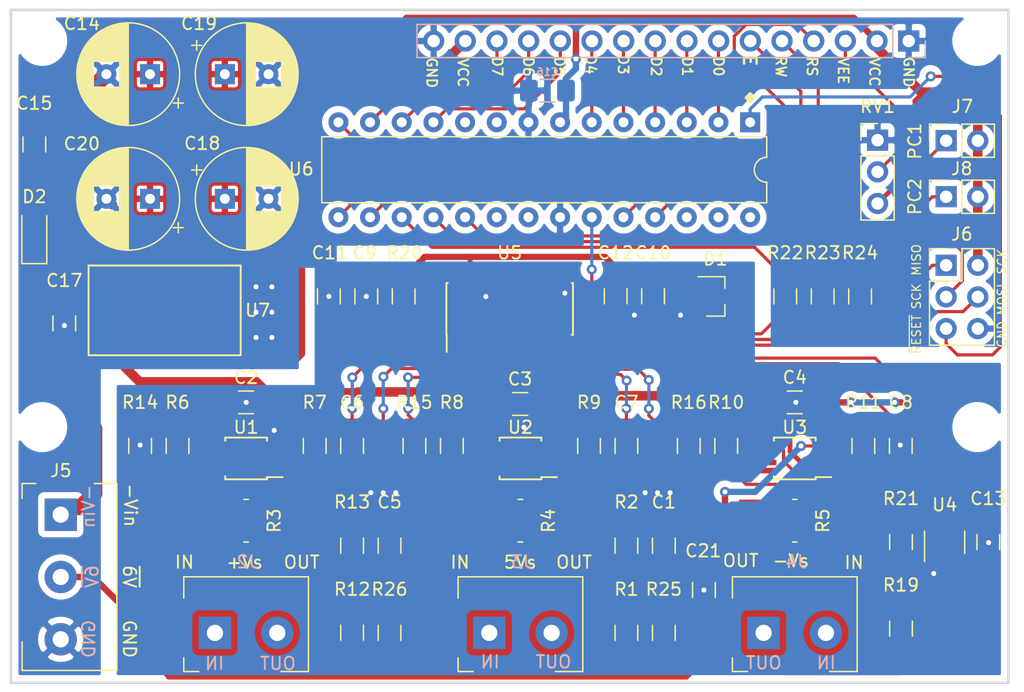
<source format=kicad_pcb>
(kicad_pcb (version 20171130) (host pcbnew "(5.1.2)-2")
  (layers (0 F.Cu signal) (31 B.Cu signal) (34 B.Paste user hide) (35 F.Paste user hide) (36 B.SilkS user) (37 F.SilkS user) (38 B.Mask user hide) (39 F.Mask user hide) (44 Edge.Cuts user))
  (net 0 "")
  (net 1 -Vs)
  (net 2 -Vs_Out)
  (net 3 SCK_Bus)
  (net 4 SCK)
  (net 5 MISO)
  (net 6 MISO_Bus)
  (net 7 MOSI_Bus)
  (net 8 MOSI)
  (net 9 -Vs_ADC)
  (net 10 "Net-(R19-Pad1)")
  (net 11 "Net-(C10-Pad1)")
  (net 12 VCC)
  (net 13 GND)
  (net 14 -I_ADC)
  (net 15 5I_ADC)
  (net 16 +I_ADC)
  (net 17 +Vs_ADC)
  (net 18 +Vs_Out)
  (net 19 "Net-(R11-Pad2)")
  (net 20 "Net-(R10-Pad2)")
  (net 21 5Vs_Out)
  (net 22 "Net-(R9-Pad2)")
  (net 23 "Net-(R8-Pad2)")
  (net 24 5Vs)
  (net 25 "Net-(R7-Pad2)")
  (net 26 "Net-(R6-Pad2)")
  (net 27 +Vs)
  (net 28 5Vs_ADC)
  (net 29 "Net-(C14-Pad1)")
  (net 30 CS)
  (net 31 RW)
  (net 32 D0)
  (net 33 E)
  (net 34 D1)
  (net 35 D2)
  (net 36 D3)
  (net 37 D4)
  (net 38 D5)
  (net 39 D6)
  (net 40 D7)
  (net 41 RS)
  (net 42 "Net-(J1-Pad3)")
  (net 43 BTN1)
  (net 44 BTN2)
  (net 45 RESET)
  (net 46 +6Vin)
  (net 47 -Vin)
  (net 48 "Net-(U5-Pad8)")
  (net 49 "Net-(U5-Pad7)")
  (net 50 "Net-(U6-Pad20)")
  (net 51 "Net-(U6-Pad21)")
  (net 52 "Net-(U6-Pad9)")
  (net 53 "Net-(U6-Pad10)")
  (net 54 "Net-(U6-Pad26)")
  (net 55 "Net-(U6-Pad27)")
  (net 56 "Net-(U6-Pad28)")
  (module MountingHole:MountingHole_3mm (layer F.Cu) (at 263.5 92)
    (fp_text reference REF** hide)
    (fp_text value MountingHole_3mm)
    (pad 1 np_thru_hole circle (at 0 0) (size 3 3) (drill 3) (layers *.Cu *.Mask))
  )
  (module MountingHole:MountingHole_3mm (layer F.Cu) (at 188.5 123)
    (fp_text reference REF** hide)
    (fp_text value MountingHole_3mm)
    (pad 1 np_thru_hole circle (at 0 0) (size 3 3) (drill 3) (layers *.Cu *.Mask))
  )
  (module MountingHole:MountingHole_3mm (layer F.Cu) (at 188.5 92)
    (fp_text reference REF** hide)
    (fp_text value MountingHole_3mm)
    (pad 1 np_thru_hole circle (at 0 0) (size 3 3) (drill 3) (layers *.Cu *.Mask))
  )
  (module MountingHole:MountingHole_3mm (layer F.Cu) (at 263.5 123)
    (fp_text reference REF** hide)
    (fp_text value MountingHole_3mm)
    (pad 1 np_thru_hole circle (at 0 0) (size 3 3) (drill 3) (layers *.Cu *.Mask))
  )
  (module Capacitor_THT:CP_Radial_D8.0mm_P3.50mm (layer F.Cu) (at 197.154 104.6792 180)
    (fp_text reference C20 (at 5.47 4.414 180) (layer F.SilkS))
    (fp_text value 820uf)
    (pad 2 thru_hole circle (at 3.5 0 180) (size 1.6 1.6) (drill 0.8) (layers *.Cu *.Mask) (net 13 GND))
    (pad 1 thru_hole rect (at 0 0 180) (size 1.6 1.6) (drill 0.8) (layers *.Cu *.Mask) (net 29 "Net-(C14-Pad1)"))
  )
  (module Capacitor_THT:CP_Radial_D8.0mm_P3.50mm (layer F.Cu) (at 203.154 94.6792)
    (fp_text reference C19 (at -2.072 -4.066 -180) (layer F.SilkS))
    (fp_text value 820uf)
    (pad 2 thru_hole circle (at 3.5 0) (size 1.6 1.6) (drill 0.8) (layers *.Cu *.Mask) (net 13 GND))
    (pad 1 thru_hole rect (at 0 0) (size 1.6 1.6) (drill 0.8) (layers *.Cu *.Mask) (net 29 "Net-(C14-Pad1)"))
  )
  (module Capacitor_THT:CP_Radial_D8.0mm_P3.50mm (layer F.Cu) (at 203.154 104.6792)
    (fp_text reference C18 (at -1.818 -4.445 -180) (layer F.SilkS))
    (fp_text value 820uf)
    (pad 2 thru_hole circle (at 3.5 0) (size 1.6 1.6) (drill 0.8) (layers *.Cu *.Mask) (net 13 GND))
    (pad 1 thru_hole rect (at 0 0) (size 1.6 1.6) (drill 0.8) (layers *.Cu *.Mask) (net 29 "Net-(C14-Pad1)"))
  )
  (module Capacitor_THT:CP_Radial_D8.0mm_P3.50mm (layer F.Cu) (at 197.154 94.6792 180)
    (fp_text reference C14 (at 5.47 4.066) (layer F.SilkS))
    (fp_text value 820uf)
    (pad 2 thru_hole circle (at 3.5 0 180) (size 1.6 1.6) (drill 0.8) (layers *.Cu *.Mask) (net 13 GND))
    (pad 1 thru_hole rect (at 0 0 180) (size 1.6 1.6) (drill 0.8) (layers *.Cu *.Mask) (net 29 "Net-(C14-Pad1)"))
  )
  (module Diode_SMD:D_SOD-123F (layer F.Cu) (at 187.874 107.682 90)
    (fp_text reference D2 (at 3.175 0 180) (layer F.SilkS))
    (fp_text value DIODE)
    (pad 2 smd rect (at 1.4 0 90) (size 1.1 1.1) (layers F.Cu F.Paste F.Mask) (net 29 "Net-(C14-Pad1)"))
    (pad 1 smd rect (at -1.4 0 90) (size 1.1 1.1) (layers F.Cu F.Paste F.Mask) (net 46 +6Vin))
  )
  (module AVMeter:L7805CDT-TR-DPAK (layer F.Cu) (at 197.52472 113.63366 270)
    (fp_text reference U7 (at 0 -8.255) (layer F.SilkS))
    (fp_text value L7805)
    (pad 2 smd rect (at 0 -3.35 270) (size 6.7 6.7) (layers F.Cu F.Paste F.Mask) (net 13 GND))
    (pad 1 smd rect (at -2.3 3.3 270) (size 1.6 3) (layers F.Cu F.Paste F.Mask) (net 29 "Net-(C14-Pad1)"))
    (pad 3 smd rect (at 2.3 3.3 270) (size 1.6 3) (layers F.Cu F.Paste F.Mask) (net 12 VCC))
  )
  (module Package_TO_SOT_SMD:SOT-23 (layer F.Cu) (at 242.49366 112.51528)
    (fp_text reference D1 (at 0 -3 180) (layer F.SilkS))
    (fp_text value LM4040DBZ-2.0)
    (pad 3 smd rect (at 1 0) (size 0.9 0.8) (layers F.Cu F.Paste F.Mask))
    (pad 2 smd rect (at -1 0.95) (size 0.9 0.8) (layers F.Cu F.Paste F.Mask) (net 13 GND))
    (pad 1 smd rect (at -1 -0.95) (size 0.9 0.8) (layers F.Cu F.Paste F.Mask) (net 11 "Net-(C10-Pad1)"))
  )
  (module Package_SO:MSOP-8_3x3mm_P0.65mm (layer F.Cu) (at 248.85726 125.51528 180)
    (fp_text reference U3 (at 0 2.5) (layer F.SilkS))
    (fp_text value LT6105)
    (pad 1 smd rect (at -2.2 -0.975 180) (size 1.45 0.45) (layers F.Cu F.Paste F.Mask) (net 19 "Net-(R11-Pad2)"))
    (pad 2 smd rect (at -2.2 -0.325 180) (size 1.45 0.45) (layers F.Cu F.Paste F.Mask) (net 12 VCC))
    (pad 3 smd rect (at -2.2 0.325 180) (size 1.45 0.45) (layers F.Cu F.Paste F.Mask))
    (pad 4 smd rect (at -2.2 0.975 180) (size 1.45 0.45) (layers F.Cu F.Paste F.Mask) (net 47 -Vin))
    (pad 5 smd rect (at 2.2 0.975 180) (size 1.45 0.45) (layers F.Cu F.Paste F.Mask) (net 14 -I_ADC))
    (pad 6 smd rect (at 2.2 0.325 180) (size 1.45 0.45) (layers F.Cu F.Paste F.Mask))
    (pad 7 smd rect (at 2.2 -0.325 180) (size 1.45 0.45) (layers F.Cu F.Paste F.Mask))
    (pad 8 smd rect (at 2.2 -0.975 180) (size 1.45 0.45) (layers F.Cu F.Paste F.Mask) (net 20 "Net-(R10-Pad2)"))
  )
  (module AVMeter:KF301_2Pin_5Pitch (layer F.Cu) (at 248.85726 139.51528)
    (fp_text reference J4 (at 0.1 -5.7) (layer B.SilkS) (effects (justify mirror)))
    (fp_text value Screw_Terminal_01x02)
    (pad 1 thru_hole rect (at -2.5 0) (size 2.6 2.6) (drill 1.3) (layers *.Cu *.Mask) (net 2 -Vs_Out))
    (pad 2 thru_hole circle (at 2.5 0) (size 2.6 2.6) (drill 1.3) (layers *.Cu *.Mask) (net 1 -Vs))
  )
  (module AVMeter:KF301_2Pin_5Pitch (layer F.Cu) (at 226.85726 139.51528)
    (fp_text reference J3 (at 0.1 -5.7) (layer B.SilkS) (effects (justify mirror)))
    (fp_text value Screw_Terminal_01x02)
    (pad 2 thru_hole circle (at 2.5 0) (size 2.6 2.6) (drill 1.3) (layers *.Cu *.Mask) (net 21 5Vs_Out))
    (pad 1 thru_hole rect (at -2.5 0) (size 2.6 2.6) (drill 1.3) (layers *.Cu *.Mask) (net 24 5Vs))
  )
  (module AVMeter:KF301_2Pin_5Pitch (layer F.Cu) (at 204.85726 139.51528)
    (fp_text reference J2 (at 0.1 -5.7) (layer B.SilkS) (effects (justify mirror)))
    (fp_text value Screw_Terminal_01x02)
    (pad 2 thru_hole circle (at 2.5 0) (size 2.6 2.6) (drill 1.3) (layers *.Cu *.Mask) (net 18 +Vs_Out))
    (pad 1 thru_hole rect (at -2.5 0) (size 2.6 2.6) (drill 1.3) (layers *.Cu *.Mask) (net 27 +Vs))
  )
  (module Capacitor_SMD:C_1206_3216Metric_Pad1.42x1.75mm_HandSolder (layer F.Cu) (at 214.49366 112.51528 90)
    (fp_text reference C9 (at 3.5 -0.120336 -180) (layer F.SilkS))
    (fp_text value 10uf)
    (pad 2 smd roundrect (at 1.4875 0 90) (size 1.425 1.75) (layers F.Cu F.Paste F.Mask) (roundrect_rratio 0.175439) (net 13 GND))
    (pad 1 smd roundrect (at -1.4875 0 90) (size 1.425 1.75) (layers F.Cu F.Paste F.Mask) (roundrect_rratio 0.175439) (net 12 VCC))
  )
  (module Capacitor_SMD:C_1206_3216Metric_Pad1.42x1.75mm_HandSolder (layer B.Cu) (at 229.022 95.998 180)
    (fp_text reference C16 (at 0.0125 1.5 180) (layer B.SilkS) (effects (font (size 0.6 0.6) (thickness 0.12)) (justify mirror)))
    (fp_text value 100nf)
    (pad 2 smd roundrect (at 1.4875 0 180) (size 1.425 1.75) (layers B.Cu B.Paste B.Mask) (roundrect_rratio 0.175) (net 13 GND))
    (pad 1 smd roundrect (at -1.4875 0 180) (size 1.425 1.75) (layers B.Cu B.Paste B.Mask) (roundrect_rratio 0.175439) (net 12 VCC))
  )
  (module Capacitor_SMD:C_1206_3216Metric_Pad1.42x1.75mm_HandSolder (layer F.Cu) (at 187.874 100.316 90)
    (fp_text reference C15 (at 3.302 0 -180) (layer F.SilkS))
    (fp_text value 100nf)
    (pad 2 smd roundrect (at 1.4875 0 90) (size 1.425 1.75) (layers F.Cu F.Paste F.Mask) (roundrect_rratio 0.175439) (net 13 GND))
    (pad 1 smd roundrect (at -1.4875 0 90) (size 1.425 1.75) (layers F.Cu F.Paste F.Mask) (roundrect_rratio 0.175) (net 29 "Net-(C14-Pad1)"))
  )
  (module Capacitor_SMD:C_1206_3216Metric_Pad1.42x1.75mm_HandSolder (layer F.Cu) (at 204.85726 121.01528 180)
    (fp_text reference C2 (at 0 2) (layer F.SilkS))
    (fp_text value 220nf)
    (pad 2 smd roundrect (at 1.4875 0 180) (size 1.425 1.75) (layers F.Cu F.Paste F.Mask) (roundrect_rratio 0.175439) (net 13 GND))
    (pad 1 smd roundrect (at -1.4875 0 180) (size 1.425 1.75) (layers F.Cu F.Paste F.Mask) (roundrect_rratio 0.175439) (net 12 VCC))
  )
  (module Capacitor_SMD:C_1206_3216Metric_Pad1.42x1.75mm_HandSolder (layer F.Cu) (at 226.8376 121.144 180)
    (fp_text reference C3 (at 0.0125 2) (layer F.SilkS))
    (fp_text value 220nf)
    (pad 2 smd roundrect (at 1.4875 0 180) (size 1.425 1.75) (layers F.Cu F.Paste F.Mask) (roundrect_rratio 0.175439) (net 13 GND))
    (pad 1 smd roundrect (at -1.4875 0 180) (size 1.425 1.75) (layers F.Cu F.Paste F.Mask) (roundrect_rratio 0.175439) (net 12 VCC))
  )
  (module Capacitor_SMD:C_1206_3216Metric_Pad1.42x1.75mm_HandSolder (layer F.Cu) (at 248.85726 121.01528 180)
    (fp_text reference C4 (at 0 2) (layer F.SilkS))
    (fp_text value 220nf)
    (pad 1 smd roundrect (at -1.4875 0 180) (size 1.425 1.75) (layers F.Cu F.Paste F.Mask) (roundrect_rratio 0.175439) (net 12 VCC))
    (pad 2 smd roundrect (at 1.4875 0 180) (size 1.425 1.75) (layers F.Cu F.Paste F.Mask) (roundrect_rratio 0.175439) (net 13 GND))
  )
  (module Capacitor_SMD:C_1206_3216Metric_Pad1.42x1.75mm_HandSolder (layer F.Cu) (at 216.35726 132.51528 90)
    (fp_text reference C5 (at 3.5 0 180) (layer F.SilkS))
    (fp_text value 0.1uf)
    (pad 2 smd roundrect (at 1.4875 0 90) (size 1.425 1.75) (layers F.Cu F.Paste F.Mask) (roundrect_rratio 0.175439) (net 13 GND))
    (pad 1 smd roundrect (at -1.4875 0 90) (size 1.425 1.75) (layers F.Cu F.Paste F.Mask) (roundrect_rratio 0.175439) (net 17 +Vs_ADC))
  )
  (module Capacitor_SMD:C_1206_3216Metric_Pad1.42x1.75mm_HandSolder (layer F.Cu) (at 213.35726 124.51528 270)
    (fp_text reference C6 (at -3.5 0 180) (layer F.SilkS))
    (fp_text value 0.1uf)
    (pad 2 smd roundrect (at 1.4875 0 270) (size 1.425 1.75) (layers F.Cu F.Paste F.Mask) (roundrect_rratio 0.175439) (net 13 GND))
    (pad 1 smd roundrect (at -1.4875 0 270) (size 1.425 1.75) (layers F.Cu F.Paste F.Mask) (roundrect_rratio 0.175439) (net 16 +I_ADC))
  )
  (module Capacitor_SMD:C_1206_3216Metric_Pad1.42x1.75mm_HandSolder (layer F.Cu) (at 235.35726 124.51528 270)
    (fp_text reference C7 (at -3.5 0 180) (layer F.SilkS))
    (fp_text value 0.1uf)
    (pad 2 smd roundrect (at 1.4875 0 270) (size 1.425 1.75) (layers F.Cu F.Paste F.Mask) (roundrect_rratio 0.175439) (net 13 GND))
    (pad 1 smd roundrect (at -1.4875 0 270) (size 1.425 1.75) (layers F.Cu F.Paste F.Mask) (roundrect_rratio 0.175439) (net 15 5I_ADC))
  )
  (module Capacitor_SMD:C_1206_3216Metric_Pad1.42x1.75mm_HandSolder (layer F.Cu) (at 257.35726 124.51528 270)
    (fp_text reference C8 (at -3.5 0 180) (layer F.SilkS))
    (fp_text value 0.1uf)
    (pad 2 smd roundrect (at 1.4875 0 270) (size 1.425 1.75) (layers F.Cu F.Paste F.Mask) (roundrect_rratio 0.175439) (net 13 GND))
    (pad 1 smd roundrect (at -1.4875 0 270) (size 1.425 1.75) (layers F.Cu F.Paste F.Mask) (roundrect_rratio 0.175439) (net 14 -I_ADC))
  )
  (module Capacitor_SMD:C_1206_3216Metric_Pad1.42x1.75mm_HandSolder (layer F.Cu) (at 238.35726 132.51528 90)
    (fp_text reference C1 (at 3.5 0) (layer F.SilkS))
    (fp_text value 0.1uf)
    (pad 1 smd roundrect (at -1.4875 0 90) (size 1.425 1.75) (layers F.Cu F.Paste F.Mask) (roundrect_rratio 0.175439) (net 28 5Vs_ADC))
    (pad 2 smd roundrect (at 1.4875 0 90) (size 1.425 1.75) (layers F.Cu F.Paste F.Mask) (roundrect_rratio 0.175439) (net 13 GND))
  )
  (module Capacitor_SMD:C_1206_3216Metric_Pad1.42x1.75mm_HandSolder (layer F.Cu) (at 237.49366 112.50278 270)
    (fp_text reference C10 (at -3.4875 0) (layer F.SilkS))
    (fp_text value 10uf)
    (pad 1 smd roundrect (at -1.4875 0 270) (size 1.425 1.75) (layers F.Cu F.Paste F.Mask) (roundrect_rratio 0.175439) (net 11 "Net-(C10-Pad1)"))
    (pad 2 smd roundrect (at 1.4875 0 270) (size 1.425 1.75) (layers F.Cu F.Paste F.Mask) (roundrect_rratio 0.175439) (net 13 GND))
  )
  (module Capacitor_SMD:C_1206_3216Metric_Pad1.42x1.75mm_HandSolder (layer F.Cu) (at 211.49366 112.51528 90)
    (fp_text reference C11 (at 3.5 0.079664 -180) (layer F.SilkS))
    (fp_text value 100nf)
    (pad 2 smd roundrect (at 1.4875 0 90) (size 1.425 1.75) (layers F.Cu F.Paste F.Mask) (roundrect_rratio 0.175439) (net 13 GND))
    (pad 1 smd roundrect (at -1.4875 0 90) (size 1.425 1.75) (layers F.Cu F.Paste F.Mask) (roundrect_rratio 0.175439) (net 12 VCC))
  )
  (module Capacitor_SMD:C_1206_3216Metric_Pad1.42x1.75mm_HandSolder (layer F.Cu) (at 234.49366 112.50278 270)
    (fp_text reference C12 (at -3.4875 0) (layer F.SilkS))
    (fp_text value 100nf)
    (pad 1 smd roundrect (at -1.4875 0 270) (size 1.425 1.75) (layers F.Cu F.Paste F.Mask) (roundrect_rratio 0.175439) (net 11 "Net-(C10-Pad1)"))
    (pad 2 smd roundrect (at 1.4875 0 270) (size 1.425 1.75) (layers F.Cu F.Paste F.Mask) (roundrect_rratio 0.175439) (net 13 GND))
  )
  (module Capacitor_SMD:C_1206_3216Metric_Pad1.42x1.75mm_HandSolder (layer F.Cu) (at 264.3758 132.2374 270)
    (fp_text reference C13 (at -3.5 0) (layer F.SilkS))
    (fp_text value 0.1uf)
    (pad 2 smd roundrect (at 1.4875 0 270) (size 1.425 1.75) (layers F.Cu F.Paste F.Mask) (roundrect_rratio 0.175439) (net 13 GND))
    (pad 1 smd roundrect (at -1.4875 0 270) (size 1.425 1.75) (layers F.Cu F.Paste F.Mask) (roundrect_rratio 0.175439) (net 9 -Vs_ADC))
  )
  (module Connector_PinHeader_2.54mm:PinHeader_1x03_P2.54mm_Vertical (layer F.Cu) (at 255.49366 99.97528)
    (fp_text reference RV1 (at 0 -2.70728 180) (layer F.SilkS))
    (fp_text value R_POT_TRIM)
    (pad 3 thru_hole oval (at 0 5.08) (size 1.7 1.7) (drill 1) (layers *.Cu *.Mask) (net 12 VCC))
    (pad 2 thru_hole oval (at 0 2.54) (size 1.7 1.7) (drill 1) (layers *.Cu *.Mask) (net 42 "Net-(J1-Pad3)"))
    (pad 1 thru_hole rect (at 0 0) (size 1.7 1.7) (drill 1) (layers *.Cu *.Mask) (net 13 GND))
  )
  (module Connector_PinHeader_2.54mm:PinHeader_1x16_P2.54mm_Vertical (layer B.Cu) (at 257.99366 92.01528 90)
    (fp_text reference J1 hide)
    (fp_text value Conn_01x16 hide)
    (pad 1 thru_hole rect (at 0 0 90) (size 1.7 1.7) (drill 1) (layers *.Cu *.Mask) (net 13 GND))
    (pad 2 thru_hole oval (at 0 -2.54 90) (size 1.7 1.7) (drill 1) (layers *.Cu *.Mask) (net 12 VCC))
    (pad 3 thru_hole oval (at 0 -5.08 90) (size 1.7 1.7) (drill 1) (layers *.Cu *.Mask) (net 42 "Net-(J1-Pad3)"))
    (pad 4 thru_hole oval (at 0 -7.62 90) (size 1.7 1.7) (drill 1) (layers *.Cu *.Mask) (net 41 RS))
    (pad 5 thru_hole oval (at 0 -10.16 90) (size 1.7 1.7) (drill 1) (layers *.Cu *.Mask) (net 31 RW))
    (pad 6 thru_hole oval (at 0 -12.7 90) (size 1.7 1.7) (drill 1) (layers *.Cu *.Mask) (net 33 E))
    (pad 7 thru_hole oval (at 0 -15.24 90) (size 1.7 1.7) (drill 1) (layers *.Cu *.Mask) (net 32 D0))
    (pad 8 thru_hole oval (at 0 -17.78 90) (size 1.7 1.7) (drill 1) (layers *.Cu *.Mask) (net 34 D1))
    (pad 9 thru_hole oval (at 0 -20.32 90) (size 1.7 1.7) (drill 1) (layers *.Cu *.Mask) (net 35 D2))
    (pad 10 thru_hole oval (at 0 -22.86 90) (size 1.7 1.7) (drill 1) (layers *.Cu *.Mask) (net 36 D3))
    (pad 11 thru_hole oval (at 0 -25.4 90) (size 1.7 1.7) (drill 1) (layers *.Cu *.Mask) (net 37 D4))
    (pad 12 thru_hole oval (at 0 -27.94 90) (size 1.7 1.7) (drill 1) (layers *.Cu *.Mask) (net 38 D5))
    (pad 13 thru_hole oval (at 0 -30.48 90) (size 1.7 1.7) (drill 1) (layers *.Cu *.Mask) (net 39 D6))
    (pad 14 thru_hole oval (at 0 -33.02 90) (size 1.7 1.7) (drill 1) (layers *.Cu *.Mask) (net 40 D7))
    (pad 15 thru_hole oval (at 0 -35.56 90) (size 1.7 1.7) (drill 1) (layers *.Cu *.Mask) (net 12 VCC))
    (pad 16 thru_hole oval (at 0 -38.1 90) (size 1.7 1.7) (drill 1) (layers *.Cu *.Mask) (net 13 GND))
  )
  (module Connector_PinHeader_2.54mm:PinHeader_2x03_P2.54mm_Vertical (layer F.Cu) (at 260.99366 110.01528)
    (fp_text reference J6 (at 1.27 -2.5) (layer F.SilkS))
    (fp_text value Conn_02x03_Odd_Even)
    (pad 1 thru_hole rect (at 0 0) (size 1.7 1.7) (drill 1) (layers *.Cu *.Mask) (net 5 MISO))
    (pad 2 thru_hole oval (at 2.54 0) (size 1.7 1.7) (drill 1) (layers *.Cu *.Mask) (net 12 VCC))
    (pad 3 thru_hole oval (at 0 2.54) (size 1.7 1.7) (drill 1) (layers *.Cu *.Mask) (net 4 SCK))
    (pad 4 thru_hole oval (at 2.54 2.54) (size 1.7 1.7) (drill 1) (layers *.Cu *.Mask) (net 8 MOSI))
    (pad 5 thru_hole oval (at 0 5.08) (size 1.7 1.7) (drill 1) (layers *.Cu *.Mask) (net 45 RESET))
    (pad 6 thru_hole oval (at 2.54 5.08) (size 1.7 1.7) (drill 1) (layers *.Cu *.Mask) (net 13 GND))
  )
  (module Package_DIP:DIP-28_W7.62mm (layer F.Cu) (at 245.278 98.538 270)
    (fp_text reference U6 (at 3.75 36) (layer F.SilkS))
    (fp_text value ATmega328-PU)
    (pad 1 thru_hole rect (at 0 0 270) (size 1.6 1.6) (drill 0.8) (layers *.Cu *.Mask) (net 45 RESET))
    (pad 15 thru_hole oval (at 7.62 33.02 270) (size 1.6 1.6) (drill 0.8) (layers *.Cu *.Mask) (net 33 E))
    (pad 2 thru_hole oval (at 0 2.54 270) (size 1.6 1.6) (drill 0.8) (layers *.Cu *.Mask) (net 32 D0))
    (pad 16 thru_hole oval (at 7.62 30.48 270) (size 1.6 1.6) (drill 0.8) (layers *.Cu *.Mask) (net 31 RW))
    (pad 3 thru_hole oval (at 0 5.08 270) (size 1.6 1.6) (drill 0.8) (layers *.Cu *.Mask) (net 34 D1))
    (pad 17 thru_hole oval (at 7.62 27.94 270) (size 1.6 1.6) (drill 0.8) (layers *.Cu *.Mask) (net 8 MOSI))
    (pad 4 thru_hole oval (at 0 7.62 270) (size 1.6 1.6) (drill 0.8) (layers *.Cu *.Mask) (net 35 D2))
    (pad 18 thru_hole oval (at 7.62 25.4 270) (size 1.6 1.6) (drill 0.8) (layers *.Cu *.Mask) (net 5 MISO))
    (pad 5 thru_hole oval (at 0 10.16 270) (size 1.6 1.6) (drill 0.8) (layers *.Cu *.Mask) (net 36 D3))
    (pad 19 thru_hole oval (at 7.62 22.86 270) (size 1.6 1.6) (drill 0.8) (layers *.Cu *.Mask) (net 4 SCK))
    (pad 6 thru_hole oval (at 0 12.7 270) (size 1.6 1.6) (drill 0.8) (layers *.Cu *.Mask) (net 37 D4))
    (pad 20 thru_hole oval (at 7.62 20.32 270) (size 1.6 1.6) (drill 0.8) (layers *.Cu *.Mask) (net 50 "Net-(U6-Pad20)"))
    (pad 7 thru_hole oval (at 0 15.24 270) (size 1.6 1.6) (drill 0.8) (layers *.Cu *.Mask) (net 12 VCC))
    (pad 21 thru_hole oval (at 7.62 17.78 270) (size 1.6 1.6) (drill 0.8) (layers *.Cu *.Mask) (net 51 "Net-(U6-Pad21)"))
    (pad 8 thru_hole oval (at 0 17.78 270) (size 1.6 1.6) (drill 0.8) (layers *.Cu *.Mask) (net 13 GND))
    (pad 22 thru_hole oval (at 7.62 15.24 270) (size 1.6 1.6) (drill 0.8) (layers *.Cu *.Mask) (net 13 GND))
    (pad 9 thru_hole oval (at 0 20.32 270) (size 1.6 1.6) (drill 0.8) (layers *.Cu *.Mask) (net 52 "Net-(U6-Pad9)"))
    (pad 23 thru_hole oval (at 7.62 12.7 270) (size 1.6 1.6) (drill 0.8) (layers *.Cu *.Mask) (net 30 CS))
    (pad 10 thru_hole oval (at 0 22.86 270) (size 1.6 1.6) (drill 0.8) (layers *.Cu *.Mask) (net 53 "Net-(U6-Pad10)"))
    (pad 24 thru_hole oval (at 7.62 10.16 270) (size 1.6 1.6) (drill 0.8) (layers *.Cu *.Mask) (net 43 BTN1))
    (pad 11 thru_hole oval (at 0 25.4 270) (size 1.6 1.6) (drill 0.8) (layers *.Cu *.Mask) (net 38 D5))
    (pad 25 thru_hole oval (at 7.62 7.62 270) (size 1.6 1.6) (drill 0.8) (layers *.Cu *.Mask) (net 44 BTN2))
    (pad 12 thru_hole oval (at 0 27.94 270) (size 1.6 1.6) (drill 0.8) (layers *.Cu *.Mask) (net 39 D6))
    (pad 26 thru_hole oval (at 7.62 5.08 270) (size 1.6 1.6) (drill 0.8) (layers *.Cu *.Mask) (net 54 "Net-(U6-Pad26)"))
    (pad 13 thru_hole oval (at 0 30.48 270) (size 1.6 1.6) (drill 0.8) (layers *.Cu *.Mask) (net 40 D7))
    (pad 27 thru_hole oval (at 7.62 2.54 270) (size 1.6 1.6) (drill 0.8) (layers *.Cu *.Mask) (net 55 "Net-(U6-Pad27)"))
    (pad 14 thru_hole oval (at 0 33.02 270) (size 1.6 1.6) (drill 0.8) (layers *.Cu *.Mask) (net 41 RS))
    (pad 28 thru_hole oval (at 7.62 0 270) (size 1.6 1.6) (drill 0.8) (layers *.Cu *.Mask) (net 56 "Net-(U6-Pad28)"))
  )
  (module Package_SO:MSOP-8_3x3mm_P0.65mm (layer F.Cu) (at 204.85726 125.51528 180)
    (fp_text reference U1 (at 0 2.5) (layer F.SilkS))
    (fp_text value LT6105)
    (pad 1 smd rect (at -2.2 -0.975 180) (size 1.45 0.45) (layers F.Cu F.Paste F.Mask) (net 25 "Net-(R7-Pad2)"))
    (pad 2 smd rect (at -2.2 -0.325 180) (size 1.45 0.45) (layers F.Cu F.Paste F.Mask) (net 12 VCC))
    (pad 3 smd rect (at -2.2 0.325 180) (size 1.45 0.45) (layers F.Cu F.Paste F.Mask))
    (pad 4 smd rect (at -2.2 0.975 180) (size 1.45 0.45) (layers F.Cu F.Paste F.Mask) (net 13 GND))
    (pad 5 smd rect (at 2.2 0.975 180) (size 1.45 0.45) (layers F.Cu F.Paste F.Mask) (net 16 +I_ADC))
    (pad 6 smd rect (at 2.2 0.325 180) (size 1.45 0.45) (layers F.Cu F.Paste F.Mask))
    (pad 7 smd rect (at 2.2 -0.325 180) (size 1.45 0.45) (layers F.Cu F.Paste F.Mask))
    (pad 8 smd rect (at 2.2 -0.975 180) (size 1.45 0.45) (layers F.Cu F.Paste F.Mask) (net 26 "Net-(R6-Pad2)"))
  )
  (module Package_SO:MSOP-8_3x3mm_P0.65mm (layer F.Cu) (at 226.85726 125.51528 180)
    (fp_text reference U2 (at 0 2.5) (layer F.SilkS))
    (fp_text value LT6105)
    (pad 1 smd rect (at -2.2 -0.975 180) (size 1.45 0.45) (layers F.Cu F.Paste F.Mask) (net 22 "Net-(R9-Pad2)"))
    (pad 2 smd rect (at -2.2 -0.325 180) (size 1.45 0.45) (layers F.Cu F.Paste F.Mask) (net 12 VCC))
    (pad 3 smd rect (at -2.2 0.325 180) (size 1.45 0.45) (layers F.Cu F.Paste F.Mask))
    (pad 4 smd rect (at -2.2 0.975 180) (size 1.45 0.45) (layers F.Cu F.Paste F.Mask) (net 13 GND))
    (pad 5 smd rect (at 2.2 0.975 180) (size 1.45 0.45) (layers F.Cu F.Paste F.Mask) (net 15 5I_ADC))
    (pad 6 smd rect (at 2.2 0.325 180) (size 1.45 0.45) (layers F.Cu F.Paste F.Mask))
    (pad 7 smd rect (at 2.2 -0.325 180) (size 1.45 0.45) (layers F.Cu F.Paste F.Mask))
    (pad 8 smd rect (at 2.2 -0.975 180) (size 1.45 0.45) (layers F.Cu F.Paste F.Mask) (net 23 "Net-(R8-Pad2)"))
  )
  (module Package_SO:SOIC-16_3.9x9.9mm_P1.27mm (layer F.Cu) (at 225.99366 113.51528 90)
    (fp_text reference U5 (at 4.5 0 180) (layer F.SilkS))
    (fp_text value MCP3208)
    (pad 16 smd rect (at 2.7 -4.445 90) (size 1.5 0.6) (layers F.Cu F.Paste F.Mask) (net 12 VCC))
    (pad 15 smd rect (at 2.7 -3.175 90) (size 1.5 0.6) (layers F.Cu F.Paste F.Mask) (net 11 "Net-(C10-Pad1)"))
    (pad 14 smd rect (at 2.7 -1.905 90) (size 1.5 0.6) (layers F.Cu F.Paste F.Mask) (net 13 GND))
    (pad 13 smd rect (at 2.7 -0.635 90) (size 1.5 0.6) (layers F.Cu F.Paste F.Mask) (net 3 SCK_Bus))
    (pad 12 smd rect (at 2.7 0.635 90) (size 1.5 0.6) (layers F.Cu F.Paste F.Mask) (net 6 MISO_Bus))
    (pad 11 smd rect (at 2.7 1.905 90) (size 1.5 0.6) (layers F.Cu F.Paste F.Mask) (net 7 MOSI_Bus))
    (pad 10 smd rect (at 2.7 3.175 90) (size 1.5 0.6) (layers F.Cu F.Paste F.Mask) (net 30 CS))
    (pad 9 smd rect (at 2.7 4.445 90) (size 1.5 0.6) (layers F.Cu F.Paste F.Mask) (net 13 GND))
    (pad 8 smd rect (at -2.7 4.445 90) (size 1.5 0.6) (layers F.Cu F.Paste F.Mask) (net 48 "Net-(U5-Pad8)"))
    (pad 7 smd rect (at -2.7 3.175 90) (size 1.5 0.6) (layers F.Cu F.Paste F.Mask) (net 49 "Net-(U5-Pad7)"))
    (pad 6 smd rect (at -2.7 1.905 90) (size 1.5 0.6) (layers F.Cu F.Paste F.Mask) (net 9 -Vs_ADC))
    (pad 5 smd rect (at -2.7 0.635 90) (size 1.5 0.6) (layers F.Cu F.Paste F.Mask) (net 14 -I_ADC))
    (pad 4 smd rect (at -2.7 -0.635 90) (size 1.5 0.6) (layers F.Cu F.Paste F.Mask) (net 28 5Vs_ADC))
    (pad 3 smd rect (at -2.7 -1.905 90) (size 1.5 0.6) (layers F.Cu F.Paste F.Mask) (net 15 5I_ADC))
    (pad 2 smd rect (at -2.7 -3.175 90) (size 1.5 0.6) (layers F.Cu F.Paste F.Mask) (net 17 +Vs_ADC))
    (pad 1 smd rect (at -2.7 -4.445 90) (size 1.5 0.6) (layers F.Cu F.Paste F.Mask) (net 16 +I_ADC))
  )
  (module Package_TO_SOT_SMD:SOT-23-5 (layer F.Cu) (at 260.8758 132.2374 90)
    (fp_text reference U4 (at 3 0 180) (layer F.SilkS))
    (fp_text value LM321)
    (pad 5 smd rect (at 1.1 -0.95 90) (size 1.06 0.65) (layers F.Cu F.Paste F.Mask) (net 12 VCC))
    (pad 4 smd rect (at 1.1 0.95 90) (size 1.06 0.65) (layers F.Cu F.Paste F.Mask) (net 9 -Vs_ADC))
    (pad 3 smd rect (at -1.1 0.95 90) (size 1.06 0.65) (layers F.Cu F.Paste F.Mask) (net 10 "Net-(R19-Pad1)"))
    (pad 2 smd rect (at -1.1 0 90) (size 1.06 0.65) (layers F.Cu F.Paste F.Mask) (net 13 GND))
    (pad 1 smd rect (at -1.1 -0.95 90) (size 1.06 0.65) (layers F.Cu F.Paste F.Mask) (net 13 GND))
  )
  (module Resistor_SMD:R_1206_3216Metric_Pad1.42x1.75mm_HandSolder (layer F.Cu) (at 235.35726 139.51528 90)
    (fp_text reference R1 (at 3.5 0) (layer F.SilkS))
    (fp_text value 18K)
    (pad 2 smd roundrect (at 1.4875 0 90) (size 1.425 1.75) (layers F.Cu F.Paste F.Mask) (roundrect_rratio 0.175439) (net 28 5Vs_ADC))
    (pad 1 smd roundrect (at -1.4875 0 90) (size 1.425 1.75) (layers F.Cu F.Paste F.Mask) (roundrect_rratio 0.175439) (net 21 5Vs_Out))
  )
  (module Resistor_SMD:R_1206_3216Metric_Pad1.42x1.75mm_HandSolder (layer F.Cu) (at 235.35726 132.51528 90)
    (fp_text reference R2 (at 3.5 0 180) (layer F.SilkS))
    (fp_text value 1K)
    (pad 1 smd roundrect (at -1.4875 0 90) (size 1.425 1.75) (layers F.Cu F.Paste F.Mask) (roundrect_rratio 0.175439) (net 28 5Vs_ADC))
    (pad 2 smd roundrect (at 1.4875 0 90) (size 1.425 1.75) (layers F.Cu F.Paste F.Mask) (roundrect_rratio 0.175439) (net 13 GND))
  )
  (module Resistor_SMD:R_1206_3216Metric_Pad1.42x1.75mm_HandSolder (layer F.Cu) (at 199.35726 124.51528 90)
    (fp_text reference R6 (at 3.5 0 180) (layer F.SilkS))
    (fp_text value 150)
    (pad 2 smd roundrect (at 1.4875 0 90) (size 1.425 1.75) (layers F.Cu F.Paste F.Mask) (roundrect_rratio 0.175439) (net 26 "Net-(R6-Pad2)"))
    (pad 1 smd roundrect (at -1.4875 0 90) (size 1.425 1.75) (layers F.Cu F.Paste F.Mask) (roundrect_rratio 0.175439) (net 27 +Vs))
  )
  (module Resistor_SMD:R_1206_3216Metric_Pad1.42x1.75mm_HandSolder (layer F.Cu) (at 210.35726 124.51528 90)
    (fp_text reference R7 (at 3.5 0 180) (layer F.SilkS))
    (fp_text value 150)
    (pad 1 smd roundrect (at -1.4875 0 90) (size 1.425 1.75) (layers F.Cu F.Paste F.Mask) (roundrect_rratio 0.175439) (net 18 +Vs_Out))
    (pad 2 smd roundrect (at 1.4875 0 90) (size 1.425 1.75) (layers F.Cu F.Paste F.Mask) (roundrect_rratio 0.175439) (net 25 "Net-(R7-Pad2)"))
  )
  (module Resistor_SMD:R_1206_3216Metric_Pad1.42x1.75mm_HandSolder (layer F.Cu) (at 221.35726 124.51528 90)
    (fp_text reference R8 (at 3.5 0 180) (layer F.SilkS))
    (fp_text value 150)
    (pad 1 smd roundrect (at -1.4875 0 90) (size 1.425 1.75) (layers F.Cu F.Paste F.Mask) (roundrect_rratio 0.175439) (net 24 5Vs))
    (pad 2 smd roundrect (at 1.4875 0 90) (size 1.425 1.75) (layers F.Cu F.Paste F.Mask) (roundrect_rratio 0.175439) (net 23 "Net-(R8-Pad2)"))
  )
  (module Resistor_SMD:R_1206_3216Metric_Pad1.42x1.75mm_HandSolder (layer F.Cu) (at 232.35726 124.51528 90)
    (fp_text reference R9 (at 3.5 0 180) (layer F.SilkS))
    (fp_text value 150)
    (pad 2 smd roundrect (at 1.4875 0 90) (size 1.425 1.75) (layers F.Cu F.Paste F.Mask) (roundrect_rratio 0.175439) (net 22 "Net-(R9-Pad2)"))
    (pad 1 smd roundrect (at -1.4875 0 90) (size 1.425 1.75) (layers F.Cu F.Paste F.Mask) (roundrect_rratio 0.175439) (net 21 5Vs_Out))
  )
  (module Resistor_SMD:R_1206_3216Metric_Pad1.42x1.75mm_HandSolder (layer F.Cu) (at 243.35726 124.51528 90)
    (fp_text reference R10 (at 3.5 0 180) (layer F.SilkS))
    (fp_text value 150)
    (pad 2 smd roundrect (at 1.4875 0 90) (size 1.425 1.75) (layers F.Cu F.Paste F.Mask) (roundrect_rratio 0.175439) (net 20 "Net-(R10-Pad2)"))
    (pad 1 smd roundrect (at -1.4875 0 90) (size 1.425 1.75) (layers F.Cu F.Paste F.Mask) (roundrect_rratio 0.175439) (net 2 -Vs_Out))
  )
  (module Resistor_SMD:R_1206_3216Metric_Pad1.42x1.75mm_HandSolder (layer F.Cu) (at 254.35726 124.52778 90)
    (fp_text reference R11 (at 3.5125 0 180) (layer F.SilkS))
    (fp_text value 150)
    (pad 2 smd roundrect (at 1.4875 0 90) (size 1.425 1.75) (layers F.Cu F.Paste F.Mask) (roundrect_rratio 0.175439) (net 19 "Net-(R11-Pad2)"))
    (pad 1 smd roundrect (at -1.4875 0 90) (size 1.425 1.75) (layers F.Cu F.Paste F.Mask) (roundrect_rratio 0.175439) (net 1 -Vs))
  )
  (module Resistor_SMD:R_1206_3216Metric_Pad1.42x1.75mm_HandSolder (layer F.Cu) (at 213.35726 139.50278 90)
    (fp_text reference R12 (at 3.4875 0 180) (layer F.SilkS))
    (fp_text value 18K)
    (pad 1 smd roundrect (at -1.4875 0 90) (size 1.425 1.75) (layers F.Cu F.Paste F.Mask) (roundrect_rratio 0.175439) (net 18 +Vs_Out))
    (pad 2 smd roundrect (at 1.4875 0 90) (size 1.425 1.75) (layers F.Cu F.Paste F.Mask) (roundrect_rratio 0.175439) (net 17 +Vs_ADC))
  )
  (module Resistor_SMD:R_1206_3216Metric_Pad1.42x1.75mm_HandSolder (layer F.Cu) (at 213.35726 132.51528 90)
    (fp_text reference R13 (at 3.5 0 180) (layer F.SilkS))
    (fp_text value 1K)
    (pad 1 smd roundrect (at -1.4875 0 90) (size 1.425 1.75) (layers F.Cu F.Paste F.Mask) (roundrect_rratio 0.175439) (net 17 +Vs_ADC))
    (pad 2 smd roundrect (at 1.4875 0 90) (size 1.425 1.75) (layers F.Cu F.Paste F.Mask) (roundrect_rratio 0.175439) (net 13 GND))
  )
  (module Resistor_SMD:R_1206_3216Metric_Pad1.42x1.75mm_HandSolder (layer F.Cu) (at 196.35726 124.51528 270)
    (fp_text reference R14 (at -3.5 0 180) (layer F.SilkS))
    (fp_text value 1.5K)
    (pad 2 smd roundrect (at 1.4875 0 270) (size 1.425 1.75) (layers F.Cu F.Paste F.Mask) (roundrect_rratio 0.175439) (net 13 GND))
    (pad 1 smd roundrect (at -1.4875 0 270) (size 1.425 1.75) (layers F.Cu F.Paste F.Mask) (roundrect_rratio 0.175439) (net 16 +I_ADC))
  )
  (module Resistor_SMD:R_1206_3216Metric_Pad1.42x1.75mm_HandSolder (layer F.Cu) (at 218.35726 124.51528 270)
    (fp_text reference R15 (at -3.5 0 180) (layer F.SilkS))
    (fp_text value 1.5K)
    (pad 2 smd roundrect (at 1.4875 0 270) (size 1.425 1.75) (layers F.Cu F.Paste F.Mask) (roundrect_rratio 0.175439) (net 13 GND))
    (pad 1 smd roundrect (at -1.4875 0 270) (size 1.425 1.75) (layers F.Cu F.Paste F.Mask) (roundrect_rratio 0.175439) (net 15 5I_ADC))
  )
  (module Resistor_SMD:R_1206_3216Metric_Pad1.42x1.75mm_HandSolder (layer F.Cu) (at 240.35726 124.51528 270)
    (fp_text reference R16 (at -3.5 0 180) (layer F.SilkS))
    (fp_text value 1.5K)
    (pad 2 smd roundrect (at 1.4875 0 270) (size 1.425 1.75) (layers F.Cu F.Paste F.Mask) (roundrect_rratio 0.175439) (net 13 GND))
    (pad 1 smd roundrect (at -1.4875 0 270) (size 1.425 1.75) (layers F.Cu F.Paste F.Mask) (roundrect_rratio 0.175439) (net 14 -I_ADC))
  )
  (module Resistor_SMD:R_1206_3216Metric_Pad1.42x1.75mm_HandSolder (layer F.Cu) (at 257.3758 139.1752 270)
    (fp_text reference R19 (at -3.5 0) (layer F.SilkS))
    (fp_text value 10K)
    (pad 2 smd roundrect (at 1.4875 0 270) (size 1.425 1.75) (layers F.Cu F.Paste F.Mask) (roundrect_rratio 0.175439) (net 2 -Vs_Out))
    (pad 1 smd roundrect (at -1.4875 0 270) (size 1.425 1.75) (layers F.Cu F.Paste F.Mask) (roundrect_rratio 0.175439) (net 10 "Net-(R19-Pad1)"))
  )
  (module Resistor_SMD:R_1206_3216Metric_Pad1.42x1.75mm_HandSolder (layer F.Cu) (at 217.49366 112.51528 90)
    (fp_text reference R20 (at 3.5 0.079664) (layer F.SilkS))
    (fp_text value 3K)
    (pad 1 smd roundrect (at -1.4875 0 90) (size 1.425 1.75) (layers F.Cu F.Paste F.Mask) (roundrect_rratio 0.175439) (net 12 VCC))
    (pad 2 smd roundrect (at 1.4875 0 90) (size 1.425 1.75) (layers F.Cu F.Paste F.Mask) (roundrect_rratio 0.175439) (net 11 "Net-(C10-Pad1)"))
  )
  (module Resistor_SMD:R_1206_3216Metric_Pad1.42x1.75mm_HandSolder (layer F.Cu) (at 257.3758 132.2374 270)
    (fp_text reference R21 (at -3.5 0) (layer F.SilkS))
    (fp_text value 1K)
    (pad 2 smd roundrect (at 1.4875 0 270) (size 1.425 1.75) (layers F.Cu F.Paste F.Mask) (roundrect_rratio 0.175439) (net 10 "Net-(R19-Pad1)"))
    (pad 1 smd roundrect (at -1.4875 0 270) (size 1.425 1.75) (layers F.Cu F.Paste F.Mask) (roundrect_rratio 0.175439) (net 9 -Vs_ADC))
  )
  (module Resistor_SMD:R_1206_3216Metric_Pad1.42x1.75mm_HandSolder (layer F.Cu) (at 248.09366 112.51528 270)
    (fp_text reference R22 (at -3.5 0) (layer F.SilkS))
    (fp_text value 330)
    (pad 1 smd roundrect (at -1.4875 0 270) (size 1.425 1.75) (layers F.Cu F.Paste F.Mask) (roundrect_rratio 0.175439) (net 8 MOSI))
    (pad 2 smd roundrect (at 1.4875 0 270) (size 1.425 1.75) (layers F.Cu F.Paste F.Mask) (roundrect_rratio 0.175439) (net 7 MOSI_Bus))
  )
  (module Resistor_SMD:R_1206_3216Metric_Pad1.42x1.75mm_HandSolder (layer F.Cu) (at 251.09366 112.51528 270)
    (fp_text reference R23 (at -3.5 0) (layer F.SilkS))
    (fp_text value 330)
    (pad 2 smd roundrect (at 1.4875 0 270) (size 1.425 1.75) (layers F.Cu F.Paste F.Mask) (roundrect_rratio 0.175439) (net 6 MISO_Bus))
    (pad 1 smd roundrect (at -1.4875 0 270) (size 1.425 1.75) (layers F.Cu F.Paste F.Mask) (roundrect_rratio 0.175439) (net 5 MISO))
  )
  (module Resistor_SMD:R_1206_3216Metric_Pad1.42x1.75mm_HandSolder (layer F.Cu) (at 254.09366 112.51528 270)
    (fp_text reference R24 (at -3.5 0) (layer F.SilkS))
    (fp_text value 330)
    (pad 1 smd roundrect (at -1.4875 0 270) (size 1.425 1.75) (layers F.Cu F.Paste F.Mask) (roundrect_rratio 0.175439) (net 4 SCK))
    (pad 2 smd roundrect (at 1.4875 0 270) (size 1.425 1.75) (layers F.Cu F.Paste F.Mask) (roundrect_rratio 0.175439) (net 3 SCK_Bus))
  )
  (module Resistor_SMD:R_0612_1632Metric_Pad1.18x3.40mm_HandSolder (layer F.Cu) (at 204.85726 130.51528)
    (fp_text reference R3 (at 2.25 0 -270) (layer F.SilkS))
    (fp_text value 50m)
    (pad 1 smd roundrect (at -0.8375 0) (size 1.175 3.4) (layers F.Cu F.Paste F.Mask) (roundrect_rratio 0.212766) (net 27 +Vs))
    (pad 2 smd roundrect (at 0.8375 0) (size 1.175 3.4) (layers F.Cu F.Paste F.Mask) (roundrect_rratio 0.212766) (net 18 +Vs_Out))
  )
  (module Resistor_SMD:R_0612_1632Metric_Pad1.18x3.40mm_HandSolder (layer F.Cu) (at 226.85726 130.51528)
    (fp_text reference R4 (at 2.25 0 -270) (layer F.SilkS))
    (fp_text value 50m)
    (pad 2 smd roundrect (at 0.8375 0) (size 1.175 3.4) (layers F.Cu F.Paste F.Mask) (roundrect_rratio 0.212766) (net 21 5Vs_Out))
    (pad 1 smd roundrect (at -0.8375 0) (size 1.175 3.4) (layers F.Cu F.Paste F.Mask) (roundrect_rratio 0.212766) (net 24 5Vs))
  )
  (module Resistor_SMD:R_0612_1632Metric_Pad1.18x3.40mm_HandSolder (layer F.Cu) (at 248.85726 130.51528)
    (fp_text reference R5 (at 2.25 0 -270) (layer F.SilkS))
    (fp_text value 50m)
    (pad 2 smd roundrect (at 0.8375 0) (size 1.175 3.4) (layers F.Cu F.Paste F.Mask) (roundrect_rratio 0.212766) (net 1 -Vs))
    (pad 1 smd roundrect (at -0.8375 0) (size 1.175 3.4) (layers F.Cu F.Paste F.Mask) (roundrect_rratio 0.212766) (net 2 -Vs_Out))
  )
  (module Capacitor_SMD:C_1206_3216Metric_Pad1.42x1.75mm_HandSolder (layer F.Cu) (at 190.276 114.676 90)
    (fp_text reference C17 (at 3.438 0 180) (layer F.SilkS))
    (fp_text value 0.1uf)
    (pad 1 smd roundrect (at -1.4875 0 90) (size 1.425 1.75) (layers F.Cu F.Paste F.Mask) (roundrect_rratio 0.175439) (net 12 VCC))
    (pad 2 smd roundrect (at 1.4875 0 90) (size 1.425 1.75) (layers F.Cu F.Paste F.Mask) (roundrect_rratio 0.175439) (net 13 GND))
  )
  (module Connector_PinSocket_2.54mm:PinSocket_1x02_P2.54mm_Vertical (layer F.Cu) (at 260.99366 100.01528 90)
    (fp_text reference J7 (at 2.74728 1.30234 180) (layer F.SilkS))
    (fp_text value Conn_01x02)
    (pad 2 thru_hole oval (at 0 2.54 90) (size 1.7 1.7) (drill 1) (layers *.Cu *.Mask) (net 12 VCC))
    (pad 1 thru_hole rect (at 0 0 90) (size 1.7 1.7) (drill 1) (layers *.Cu *.Mask) (net 43 BTN1))
  )
  (module Connector_PinSocket_2.54mm:PinSocket_1x02_P2.54mm_Vertical (layer F.Cu) (at 260.99366 104.51528 90)
    (fp_text reference J8 (at 2.25 1.25) (layer F.SilkS))
    (fp_text value Conn_01x02)
    (pad 1 thru_hole rect (at 0 0 90) (size 1.7 1.7) (drill 1) (layers *.Cu *.Mask) (net 44 BTN2))
    (pad 2 thru_hole oval (at 0 2.54 90) (size 1.7 1.7) (drill 1) (layers *.Cu *.Mask) (net 12 VCC))
  )
  (module Resistor_SMD:R_1206_3216Metric_Pad1.42x1.75mm_HandSolder (layer F.Cu) (at 238.35726 139.51528 90)
    (fp_text reference R25 (at 3.5 0 180) (layer F.SilkS))
    (fp_text value 18K)
    (pad 1 smd roundrect (at -1.4875 0 90) (size 1.425 1.75) (layers F.Cu F.Paste F.Mask) (roundrect_rratio 0.175439) (net 21 5Vs_Out))
    (pad 2 smd roundrect (at 1.4875 0 90) (size 1.425 1.75) (layers F.Cu F.Paste F.Mask) (roundrect_rratio 0.175439) (net 28 5Vs_ADC))
  )
  (module Resistor_SMD:R_1206_3216Metric_Pad1.42x1.75mm_HandSolder (layer F.Cu) (at 216.35726 139.51528 90)
    (fp_text reference R26 (at 3.5 0 180) (layer F.SilkS))
    (fp_text value 18K)
    (pad 2 smd roundrect (at 1.4875 0 90) (size 1.425 1.75) (layers F.Cu F.Paste F.Mask) (roundrect_rratio 0.175439) (net 17 +Vs_ADC))
    (pad 1 smd roundrect (at -1.4875 0 90) (size 1.425 1.75) (layers F.Cu F.Paste F.Mask) (roundrect_rratio 0.175439) (net 18 +Vs_Out))
  )
  (module AVMeter:KF301_3Pin_5Pitch (layer F.Cu) (at 189.99 135.03 270)
    (fp_text reference J5 (at -8.53 -0.01) (layer F.SilkS))
    (fp_text value Screw_Terminal_01x03)
    (pad 3 thru_hole circle (at 5 0 270) (size 2.6 2.6) (drill 1.3) (layers *.Cu *.Mask) (net 13 GND))
    (pad 2 thru_hole circle (at 0 0 270) (size 2.6 2.6) (drill 1.3) (layers *.Cu *.Mask) (net 47 -Vin))
    (pad 1 thru_hole rect (at -5 0 270) (size 2.6 2.6) (drill 1.3) (layers *.Cu *.Mask) (net 46 +6Vin))
  )
  (module Capacitor_SMD:C_1206_3216Metric_Pad1.42x1.75mm_HandSolder (layer F.Cu) (at 241.5696 136.0792 90)
    (fp_text reference C21 (at 3.1496 -0.0508 180) (layer F.SilkS))
    (fp_text value 220nf)
    (pad 1 smd roundrect (at -1.4875 0 90) (size 1.425 1.75) (layers F.Cu F.Paste F.Mask) (roundrect_rratio 0.175439) (net 47 -Vin))
    (pad 2 smd roundrect (at 1.4875 0 90) (size 1.425 1.75) (layers F.Cu F.Paste F.Mask) (roundrect_rratio 0.175439) (net 13 GND))
  )
  (gr_text -Vin (at 192.2174 129.3736 90) (layer B.SilkS) (effects (font (size 1 1)) (justify mirror)))
  (gr_text -Vin (at 195.5956 129.272 270) (layer F.SilkS) (effects (font (size 1 1))))
  (gr_text ~6V (at 195.5 135 270) (layer F.SilkS) (effects (font (size 1 1))))
  (gr_text GND (at 195.5 140 270) (layer F.SilkS) (effects (font (size 1 1))))
  (gr_text IN (at 253.6092 133.8694) (layer F.SilkS) (effects (font (size 1 1))))
  (gr_text OUT (at 244.516 133.717) (layer F.SilkS) (effects (font (size 1 1))))
  (gr_text IN (at 222.0116 133.844) (layer F.SilkS) (effects (font (size 1 1))))
  (gr_text OUT (at 231.1556 133.844) (layer F.SilkS) (effects (font (size 1 1))))
  (gr_text OUT (at 209.3116 133.844) (layer F.SilkS) (effects (font (size 1 1))))
  (gr_text IN (at 199.9136 133.844) (layer F.SilkS) (effects (font (size 1 1))))
  (gr_text -Vs (at 248.5546 133.717) (layer F.SilkS) (effects (font (size 1 1))))
  (gr_text 5Vs (at 226.8376 133.844) (layer F.SilkS) (effects (font (size 1 1))))
  (gr_text +Vs (at 204.7396 133.844) (layer F.SilkS) (effects (font (size 1 1))))
  (gr_text ~6V (at 192.5 135 90) (layer B.SilkS) (effects (font (size 1 1)) (justify mirror)))
  (gr_text GND (at 192.25 140 90) (layer B.SilkS) (effects (font (size 1 1)) (justify mirror)))
  (gr_text GND (at 265.471 115.556 90) (layer F.SilkS) (effects (font (size 0.7 0.7) (thickness 0.1))))
  (gr_text MOSI (at 265.471 112.762 90) (layer F.SilkS) (effects (font (size 0.7 0.7) (thickness 0.1))))
  (gr_text SCK (at 265.471 109.714 90) (layer F.SilkS) (effects (font (size 0.7 0.7) (thickness 0.1))))
  (gr_text ~RESET (at 258.613 115.556 90) (layer F.SilkS) (effects (font (size 0.7 0.7) (thickness 0.1))))
  (gr_text SCK (at 258.613 112.508 90) (layer F.SilkS) (effects (font (size 0.7 0.7) (thickness 0.1))))
  (gr_text MISO (at 258.613 109.587 90) (layer F.SilkS) (effects (font (size 0.7 0.7) (thickness 0.1))))
  (gr_text PC2 (at 258.486 104.507 90) (layer F.SilkS) (effects (font (size 1 1))))
  (gr_text PC1 (at 258.486 100.062 90) (layer F.SilkS) (effects (font (size 1 1))))
  (gr_text OUT (at 246.3702 141.9212) (layer B.SilkS) (effects (font (size 1 1)) (justify mirror)))
  (gr_text IN (at 251.374 141.9212) (layer B.SilkS) (effects (font (size 1 1)) (justify mirror)))
  (gr_text OUT (at 229.5046 141.845) (layer B.SilkS) (effects (font (size 1 1)) (justify mirror)))
  (gr_text IN (at 224.4246 141.845) (layer B.SilkS) (effects (font (size 1 1)) (justify mirror)))
  (gr_text OUT (at 207.4066 141.972) (layer B.SilkS) (effects (font (size 1 1)) (justify mirror)))
  (gr_text IN (at 202.3266 141.972) (layer B.SilkS) (effects (font (size 1 1)) (justify mirror)))
  (gr_text . (at 245.278 94.093) (layer F.SilkS) (effects (font (size 6 6) (thickness 0.3))))
  (gr_text VEE (at 252.74366 94.41528 270) (layer F.SilkS) (effects (font (size 0.8 0.8))))
  (gr_text GND (at 257.99366 94.51528 270) (layer F.SilkS) (effects (font (size 0.8 0.8))))
  (gr_text VCC (at 255.24366 94.51528 270) (layer F.SilkS) (effects (font (size 0.8 0.8))))
  (gr_text RS (at 250.24366 94.06528 270) (layer F.SilkS) (effects (font (size 0.8 0.8))))
  (gr_text RW (at 247.74366 94.06528 270) (layer F.SilkS) (effects (font (size 0.8 0.8))))
  (gr_text E (at 245.24366 93.56528 270) (layer F.SilkS) (effects (font (size 1 1) (thickness 0.2))))
  (gr_text D0 (at 242.74366 94.06528 270) (layer F.SilkS) (effects (font (size 0.8 0.8))))
  (gr_text D1 (at 240.24366 94.06528 270) (layer F.SilkS) (effects (font (size 0.8 0.8))))
  (gr_text D2 (at 237.74366 94.06528 270) (layer F.SilkS) (effects (font (size 0.8 0.8))))
  (gr_text D3 (at 235.09366 93.91528 270) (layer F.SilkS) (effects (font (size 0.8 0.8))))
  (gr_text D4 (at 232.49366 93.91528 270) (layer F.SilkS) (effects (font (size 0.8 0.8))))
  (gr_text D5 (at 229.99366 94.06528 270) (layer F.SilkS) (effects (font (size 0.8 0.8))))
  (gr_text D6 (at 227.49366 94.09028 270) (layer F.SilkS) (effects (font (size 0.8 0.8))))
  (gr_text D7 (at 224.99366 94.06528 270) (layer F.SilkS) (effects (font (size 0.8 0.8))))
  (gr_text VCC (at 222.24366 94.56528 270) (layer F.SilkS) (effects (font (size 0.8 0.8))))
  (gr_text GND (at 219.74366 94.56528 270) (layer F.SilkS) (effects (font (size 0.8 0.8))))
  (gr_line (start 185.99366 89.51528) (end 185.99366 143.51528) (layer Edge.Cuts) (width 0.2))
  (gr_line (start 265.99366 143.51528) (end 265.99366 89.51528) (layer Edge.Cuts) (width 0.2))
  (gr_line (start 185.99366 143.51528) (end 265.99366 143.51528) (layer Edge.Cuts) (width 0.2))
  (gr_line (start 185.99366 89.51528) (end 265.99366 89.51528) (layer Edge.Cuts) (width 0.2))
  (segment (start 254.35726 126.82778) (end 253.25924 127.9258) (width 0.254) (layer F.Cu) (net 1))
  (segment (start 254.35726 126.01528) (end 254.35726 126.82778) (width 0.254) (layer F.Cu) (net 1))
  (segment (start 252.28424 127.9258) (end 249.69476 130.51528) (width 0.254) (layer F.Cu) (net 1))
  (segment (start 253.25924 127.9258) (end 252.28424 127.9258) (width 0.254) (layer F.Cu) (net 1))
  (segment (start 247.95726 130.45278) (end 248.01976 130.51528) (width 0.254) (layer F.Cu) (net 2))
  (segment (start 248.01976 128.12756) (end 248.01976 130.51528) (width 0.254) (layer F.Cu) (net 2))
  (segment (start 247.4878 127.5956) (end 248.01976 128.12756) (width 0.254) (layer F.Cu) (net 2))
  (segment (start 243.35726 126.00278) (end 244.95008 127.5956) (width 0.254) (layer F.Cu) (net 2))
  (segment (start 244.95008 127.5956) (end 247.4878 127.5956) (width 0.254) (layer F.Cu) (net 2))
  (segment (start 246.35726 141.06928) (end 246.35726 139.51528) (width 0.254) (layer F.Cu) (net 2))
  (segment (start 257.5282 140.9675) (end 257.5282 141.78) (width 0.254) (layer F.Cu) (net 2))
  (segment (start 257.5282 141.78) (end 257.5208 141.7874) (width 0.254) (layer F.Cu) (net 2))
  (segment (start 257.5208 141.7874) (end 257.5208 142.3784) (width 0.254) (layer F.Cu) (net 2))
  (segment (start 257.5208 142.3784) (end 257.1144 142.7848) (width 0.254) (layer F.Cu) (net 2))
  (segment (start 257.1144 142.7848) (end 248.07278 142.7848) (width 0.254) (layer F.Cu) (net 2))
  (segment (start 248.07278 142.7848) (end 246.35726 141.06928) (width 0.254) (layer F.Cu) (net 2))
  (segment (start 233.117546 116.423302) (end 231.209524 114.51528) (width 0.254) (layer F.Cu) (net 3))
  (segment (start 254.09366 113.60278) (end 251.273138 116.423302) (width 0.254) (layer F.Cu) (net 3))
  (segment (start 228.60866 114.51528) (end 225.35866 111.26528) (width 0.254) (layer F.Cu) (net 3))
  (segment (start 231.209524 114.51528) (end 228.60866 114.51528) (width 0.254) (layer F.Cu) (net 3))
  (segment (start 251.273138 116.423302) (end 233.117546 116.423302) (width 0.254) (layer F.Cu) (net 3))
  (segment (start 225.35866 111.26528) (end 225.35866 110.81528) (width 0.254) (layer F.Cu) (net 3))
  (segment (start 261.843659 111.705281) (end 260.99366 112.55528) (width 0.254) (layer F.Cu) (net 4))
  (segment (start 262.29366 111.25528) (end 261.843659 111.705281) (width 0.254) (layer F.Cu) (net 4))
  (segment (start 262.29366 108.91528) (end 262.29366 111.25528) (width 0.254) (layer F.Cu) (net 4))
  (segment (start 223.92127 107.66127) (end 251.12715 107.66127) (width 0.254) (layer F.Cu) (net 4))
  (segment (start 222.418 106.158) (end 223.92127 107.66127) (width 0.254) (layer F.Cu) (net 4))
  (segment (start 251.12715 107.66127) (end 254.09366 110.62778) (width 0.254) (layer F.Cu) (net 4))
  (segment (start 254.09366 110.62778) (end 256.50616 108.21528) (width 0.254) (layer F.Cu) (net 4))
  (segment (start 256.50616 108.21528) (end 261.59366 108.21528) (width 0.254) (layer F.Cu) (net 4))
  (segment (start 261.59366 108.21528) (end 262.29366 108.91528) (width 0.254) (layer F.Cu) (net 4))
  (segment (start 248.19366 108.12778) (end 248.19366 108.11528) (width 0.254) (layer F.Cu) (net 5))
  (segment (start 251.09366 111.02778) (end 248.19366 108.12778) (width 0.254) (layer F.Cu) (net 5))
  (segment (start 252.38116 112.31528) (end 251.09366 111.02778) (width 0.254) (layer F.Cu) (net 5))
  (segment (start 257.58966 112.31528) (end 252.38116 112.31528) (width 0.254) (layer F.Cu) (net 5))
  (segment (start 259.88966 110.01528) (end 257.58966 112.31528) (width 0.254) (layer F.Cu) (net 5))
  (segment (start 260.99366 110.01528) (end 259.88966 110.01528) (width 0.254) (layer F.Cu) (net 5))
  (segment (start 221.83528 108.11528) (end 229.47772 108.11528) (width 0.254) (layer F.Cu) (net 5))
  (segment (start 219.878 106.158) (end 221.83528 108.11528) (width 0.254) (layer F.Cu) (net 5))
  (segment (start 248.19366 108.11528) (end 229.47772 108.11528) (width 0.254) (layer F.Cu) (net 5))
  (segment (start 229.47772 108.11528) (end 228.07366 108.11528) (width 0.254) (layer F.Cu) (net 5))
  (segment (start 248.727149 115.969291) (end 251.09366 113.60278) (width 0.254) (layer F.Cu) (net 6))
  (segment (start 231.351592 114.01528) (end 233.305603 115.969291) (width 0.254) (layer F.Cu) (net 6))
  (segment (start 228.99366 114.01528) (end 231.351592 114.01528) (width 0.254) (layer F.Cu) (net 6))
  (segment (start 233.305603 115.969291) (end 248.727149 115.969291) (width 0.254) (layer F.Cu) (net 6))
  (segment (start 226.62866 111.65028) (end 228.99366 114.01528) (width 0.254) (layer F.Cu) (net 6))
  (segment (start 226.62866 110.81528) (end 226.62866 111.65028) (width 0.254) (layer F.Cu) (net 6))
  (segment (start 227.89866 111.92028) (end 227.89866 110.81528) (width 0.254) (layer F.Cu) (net 7))
  (segment (start 231.49366 113.51528) (end 229.49366 113.51528) (width 0.254) (layer F.Cu) (net 7))
  (segment (start 246.18116 115.51528) (end 233.49366 115.51528) (width 0.254) (layer F.Cu) (net 7))
  (segment (start 233.49366 115.51528) (end 231.49366 113.51528) (width 0.254) (layer F.Cu) (net 7))
  (segment (start 229.49366 113.51528) (end 227.89866 111.92028) (width 0.254) (layer F.Cu) (net 7))
  (segment (start 248.09366 113.60278) (end 246.18116 115.51528) (width 0.254) (layer F.Cu) (net 7))
  (segment (start 249.835171 112.769291) (end 248.09366 111.02778) (width 0.254) (layer F.Cu) (net 8))
  (segment (start 263.53366 112.55528) (end 262.356659 113.732281) (width 0.254) (layer F.Cu) (net 8))
  (segment (start 256.126679 113.732281) (end 255.163689 112.769291) (width 0.254) (layer F.Cu) (net 8))
  (segment (start 262.356659 113.732281) (end 256.126679 113.732281) (width 0.254) (layer F.Cu) (net 8))
  (segment (start 255.163689 112.769291) (end 249.835171 112.769291) (width 0.254) (layer F.Cu) (net 8))
  (segment (start 245.635171 108.569291) (end 248.09366 111.02778) (width 0.254) (layer F.Cu) (net 8))
  (segment (start 217.338 106.158) (end 219.749291 108.569291) (width 0.254) (layer F.Cu) (net 8))
  (segment (start 219.749291 108.569291) (end 245.635171 108.569291) (width 0.254) (layer F.Cu) (net 8))
  (segment (start 262.0643 130.1149) (end 262.9409 130.1149) (width 0.254) (layer F.Cu) (net 9))
  (segment (start 261.8258 130.3534) (end 262.0643 130.1149) (width 0.254) (layer F.Cu) (net 9))
  (segment (start 261.8258 131.1374) (end 261.8258 130.3534) (width 0.254) (layer F.Cu) (net 9))
  (segment (start 264.3758 130.1149) (end 262.9409 130.1149) (width 0.254) (layer F.Cu) (net 9))
  (segment (start 262.9409 130.1149) (end 262.2133 130.1149) (width 0.254) (layer F.Cu) (net 9))
  (segment (start 258.644689 132.018789) (end 257.3758 130.7499) (width 0.254) (layer F.Cu) (net 9))
  (segment (start 261.407611 132.018789) (end 258.644689 132.018789) (width 0.254) (layer F.Cu) (net 9))
  (segment (start 261.8258 131.1374) (end 261.8258 131.6006) (width 0.254) (layer F.Cu) (net 9))
  (segment (start 261.8258 131.6006) (end 261.407611 132.018789) (width 0.254) (layer F.Cu) (net 9))
  (segment (start 260.98 127.3541) (end 264.3758 130.7499) (width 0.254) (layer F.Cu) (net 9))
  (segment (start 260.98 123.14) (end 260.98 127.3541) (width 0.254) (layer F.Cu) (net 9))
  (segment (start 255.301269 117.461269) (end 260.98 123.14) (width 0.254) (layer F.Cu) (net 9))
  (segment (start 228.694649 117.461269) (end 255.301269 117.461269) (width 0.254) (layer F.Cu) (net 9))
  (segment (start 227.89866 116.21528) (end 227.89866 116.66528) (width 0.254) (layer F.Cu) (net 9))
  (segment (start 227.89866 116.66528) (end 228.694649 117.461269) (width 0.254) (layer F.Cu) (net 9))
  (segment (start 257.3758 137.6877) (end 257.3758 133.7249) (width 0.254) (layer F.Cu) (net 10))
  (segment (start 261.8258 132.8498) (end 261.8258 133.3374) (width 0.254) (layer F.Cu) (net 10))
  (segment (start 261.4012 132.4252) (end 261.8258 132.8498) (width 0.254) (layer F.Cu) (net 10))
  (segment (start 257.3758 133.7249) (end 258.6755 132.4252) (width 0.254) (layer F.Cu) (net 10))
  (segment (start 258.6755 132.4252) (end 261.4012 132.4252) (width 0.254) (layer F.Cu) (net 10))
  (segment (start 222.81866 110.36528) (end 222.81866 110.81528) (width 0.381) (layer F.Cu) (net 11))
  (segment (start 237.49366 111.01528) (end 234.49366 111.01528) (width 0.508) (layer F.Cu) (net 11))
  (segment (start 222.81866 109.34528) (end 222.82366 109.34028) (width 0.381) (layer F.Cu) (net 11))
  (segment (start 222.81866 110.81528) (end 222.81866 109.34528) (width 0.381) (layer F.Cu) (net 11))
  (segment (start 222.82366 109.34028) (end 219.18116 109.34028) (width 0.508) (layer F.Cu) (net 11))
  (segment (start 219.18116 109.34028) (end 217.49366 111.02778) (width 0.508) (layer F.Cu) (net 11))
  (segment (start 240.94366 111.01528) (end 241.49366 111.56528) (width 0.508) (layer F.Cu) (net 11))
  (segment (start 237.49366 111.01528) (end 240.94366 111.01528) (width 0.508) (layer F.Cu) (net 11))
  (segment (start 234.49366 110.20278) (end 233.63116 109.34028) (width 0.508) (layer F.Cu) (net 11))
  (segment (start 234.49366 111.01528) (end 234.49366 110.20278) (width 0.508) (layer F.Cu) (net 11))
  (segment (start 233.63116 109.34028) (end 222.82366 109.34028) (width 0.508) (layer F.Cu) (net 11))
  (segment (start 263.53366 100.01528) (end 263.53366 104.51528) (width 0.762) (layer F.Cu) (net 12))
  (segment (start 263.53366 104.51528) (end 263.53366 110.01528) (width 0.762) (layer F.Cu) (net 12))
  (segment (start 214.463996 114.024088) (end 217.463996 114.024088) (width 0.762) (layer F.Cu) (net 12))
  (segment (start 211.463996 114.024088) (end 214.463996 114.024088) (width 0.762) (layer F.Cu) (net 12))
  (segment (start 220.68116 110.81528) (end 221.54866 110.81528) (width 0.508) (layer F.Cu) (net 12))
  (segment (start 217.49366 114.00278) (end 220.68116 110.81528) (width 0.508) (layer F.Cu) (net 12))
  (segment (start 259.9258 131.1374) (end 259.9258 130.9324) (width 0.508) (layer F.Cu) (net 12))
  (via (at 256.85726 121.01528) (size 0.8) (drill 0.4) (layers F.Cu B.Cu) (net 12))
  (via (at 253.35726 121.01528) (size 0.8) (drill 0.4) (layers F.Cu B.Cu) (net 12))
  (segment (start 256.85726 121.01528) (end 253.35726 121.01528) (width 0.508) (layer B.Cu) (net 12))
  (segment (start 253.35726 121.01528) (end 250.34476 121.01528) (width 0.508) (layer F.Cu) (net 12))
  (segment (start 249.36226 125.84028) (end 251.05726 125.84028) (width 0.381) (layer F.Cu) (net 12))
  (segment (start 250.34476 121.01528) (end 248.474771 122.885269) (width 0.381) (layer F.Cu) (net 12))
  (segment (start 248.474771 122.885269) (end 248.474771 124.952791) (width 0.381) (layer F.Cu) (net 12))
  (segment (start 248.474771 124.952791) (end 249.36226 125.84028) (width 0.381) (layer F.Cu) (net 12))
  (segment (start 225.50726 123.26528) (end 224.85726 123.26528) (width 0.381) (layer F.Cu) (net 12))
  (segment (start 228.08226 125.84028) (end 225.50726 123.26528) (width 0.381) (layer F.Cu) (net 12))
  (segment (start 223.19524 121.60326) (end 223.19524 120.1773) (width 0.381) (layer F.Cu) (net 12))
  (segment (start 224.85726 123.26528) (end 223.19524 121.60326) (width 0.381) (layer F.Cu) (net 12))
  (segment (start 229.05726 125.84028) (end 228.08226 125.84028) (width 0.381) (layer F.Cu) (net 12))
  (segment (start 206.34476 123.377276) (end 205.573413 124.148623) (width 0.381) (layer F.Cu) (net 12))
  (segment (start 205.95126 125.84028) (end 207.05726 125.84028) (width 0.381) (layer F.Cu) (net 12))
  (segment (start 206.34476 121.01528) (end 206.34476 123.377276) (width 0.381) (layer F.Cu) (net 12))
  (segment (start 205.573413 124.148623) (end 205.573413 125.462433) (width 0.381) (layer F.Cu) (net 12))
  (segment (start 205.573413 125.462433) (end 205.95126 125.84028) (width 0.381) (layer F.Cu) (net 12))
  (segment (start 211.49366 114.00278) (end 211.49366 120.1773) (width 0.762) (layer F.Cu) (net 12))
  (segment (start 255.45366 92.57528) (end 255.45366 92.01528) (width 0.762) (layer F.Cu) (net 12))
  (segment (start 258.99366 96.11528) (end 255.45366 92.57528) (width 0.762) (layer F.Cu) (net 12))
  (segment (start 259.63366 96.11528) (end 258.99366 96.11528) (width 0.762) (layer F.Cu) (net 12))
  (segment (start 261.49366 96.11528) (end 259.63366 96.11528) (width 0.762) (layer F.Cu) (net 12))
  (segment (start 263.53366 98.15528) (end 261.49366 96.11528) (width 0.762) (layer F.Cu) (net 12))
  (segment (start 263.53366 100.01528) (end 263.53366 98.15528) (width 0.762) (layer F.Cu) (net 12))
  (segment (start 259.19366 96.11528) (end 259.63366 96.11528) (width 0.381) (layer F.Cu) (net 12))
  (segment (start 258.49366 102.05528) (end 258.49366 96.81528) (width 0.381) (layer F.Cu) (net 12))
  (segment (start 258.49366 96.81528) (end 259.19366 96.11528) (width 0.381) (layer F.Cu) (net 12))
  (segment (start 255.49366 105.05528) (end 258.49366 102.05528) (width 0.381) (layer F.Cu) (net 12))
  (segment (start 194.18472 115.97366) (end 194.22472 115.93366) (width 0.762) (layer F.Cu) (net 12))
  (segment (start 255.45366 92.01528) (end 253.59438 90.156) (width 0.508) (layer F.Cu) (net 12))
  (segment (start 253.59438 90.156) (end 244.262 90.156) (width 0.508) (layer F.Cu) (net 12))
  (segment (start 218.735 90.156) (end 217.719 90.156) (width 0.508) (layer F.Cu) (net 12))
  (segment (start 230.5095 98.0665) (end 230.038 98.538) (width 0.508) (layer B.Cu) (net 12))
  (segment (start 230.5095 95.998) (end 230.5095 98.0665) (width 0.508) (layer B.Cu) (net 12))
  (segment (start 230.5095 95.023) (end 231.308 94.2245) (width 0.508) (layer B.Cu) (net 12))
  (segment (start 230.5095 95.998) (end 230.5095 95.023) (width 0.508) (layer B.Cu) (net 12))
  (segment (start 231.308 94.2245) (end 231.308 93.585) (width 0.508) (layer B.Cu) (net 12))
  (via (at 231.308 93.458) (size 0.8) (drill 0.4) (layers F.Cu B.Cu) (net 12))
  (segment (start 231.310061 90.158061) (end 231.308 90.156) (width 0.508) (layer F.Cu) (net 12))
  (segment (start 231.310061 92.618353) (end 231.310061 90.158061) (width 0.508) (layer F.Cu) (net 12))
  (segment (start 231.308 92.620414) (end 231.310061 92.618353) (width 0.508) (layer F.Cu) (net 12))
  (segment (start 231.308 93.458) (end 231.308 92.620414) (width 0.508) (layer F.Cu) (net 12))
  (segment (start 216.068 91.807) (end 215.687 92.188) (width 0.508) (layer F.Cu) (net 12))
  (segment (start 217.719 90.156) (end 216.068 91.807) (width 0.508) (layer F.Cu) (net 12))
  (segment (start 214.671 93.204) (end 216.068 91.807) (width 0.762) (layer F.Cu) (net 12))
  (segment (start 215.67197 94.20497) (end 214.671 93.204) (width 0.762) (layer F.Cu) (net 12))
  (segment (start 222.43366 92.01528) (end 220.24397 94.20497) (width 0.762) (layer F.Cu) (net 12))
  (segment (start 220.24397 94.20497) (end 215.67197 94.20497) (width 0.762) (layer F.Cu) (net 12))
  (segment (start 231.308 90.156) (end 218.735 90.156) (width 0.508) (layer F.Cu) (net 12))
  (segment (start 244.262 90.156) (end 231.308 90.156) (width 0.508) (layer F.Cu) (net 12))
  (segment (start 209.21 98.665) (end 214.671 93.204) (width 0.762) (layer F.Cu) (net 12))
  (segment (start 195.10966 115.93366) (end 195.24 116.064) (width 0.762) (layer F.Cu) (net 12))
  (segment (start 194.22472 115.93366) (end 195.10966 115.93366) (width 0.762) (layer F.Cu) (net 12))
  (segment (start 209.21 117.08) (end 209.21 98.665) (width 0.762) (layer F.Cu) (net 12))
  (segment (start 195.24 116.064) (end 195.24 116.826) (width 0.762) (layer F.Cu) (net 12))
  (segment (start 195.24 116.826) (end 196.383 117.969) (width 0.762) (layer F.Cu) (net 12))
  (segment (start 196.383 117.969) (end 208.321 117.969) (width 0.762) (layer F.Cu) (net 12))
  (segment (start 208.321 117.969) (end 209.21 117.08) (width 0.762) (layer F.Cu) (net 12))
  (segment (start 206.34476 120.04028) (end 206.34476 121.01528) (width 0.762) (layer F.Cu) (net 12))
  (segment (start 205.67048 119.366) (end 206.34476 120.04028) (width 0.762) (layer F.Cu) (net 12))
  (segment (start 196.316628 119.366) (end 205.67048 119.366) (width 0.762) (layer F.Cu) (net 12))
  (segment (start 194.22472 115.93366) (end 194.22472 117.274092) (width 0.762) (layer F.Cu) (net 12))
  (segment (start 194.22472 117.274092) (end 196.316628 119.366) (width 0.762) (layer F.Cu) (net 12))
  (segment (start 250.34476 120.01316) (end 250.34476 121.01528) (width 0.762) (layer F.Cu) (net 12))
  (segment (start 249.7992 119.4676) (end 250.34476 120.01316) (width 0.762) (layer F.Cu) (net 12))
  (segment (start 245.90494 119.4676) (end 249.7992 119.4676) (width 0.762) (layer F.Cu) (net 12))
  (segment (start 223.85726 119.51528) (end 226.60726 119.51528) (width 0.762) (layer F.Cu) (net 12))
  (segment (start 223.19524 120.1773) (end 223.85726 119.51528) (width 0.762) (layer F.Cu) (net 12))
  (segment (start 226.60726 119.51528) (end 228.35726 121.26528) (width 0.762) (layer F.Cu) (net 12))
  (segment (start 228.35726 121.26528) (end 229.138261 120.484279) (width 0.762) (layer F.Cu) (net 12))
  (segment (start 229.138261 120.484279) (end 244.888261 120.484279) (width 0.762) (layer F.Cu) (net 12))
  (segment (start 244.888261 120.484279) (end 245.90494 119.4676) (width 0.762) (layer F.Cu) (net 12))
  (segment (start 257.85726 121.01528) (end 256.85726 121.01528) (width 0.508) (layer F.Cu) (net 12))
  (segment (start 259.9258 123.08382) (end 257.85726 121.01528) (width 0.508) (layer F.Cu) (net 12))
  (segment (start 259.9258 131.2898) (end 259.9258 123.08382) (width 0.508) (layer F.Cu) (net 12))
  (segment (start 207.15726 121.01528) (end 207.923939 120.248601) (width 0.762) (layer F.Cu) (net 12))
  (segment (start 213.772833 120.248601) (end 213.844134 120.1773) (width 0.762) (layer F.Cu) (net 12))
  (segment (start 213.844134 120.1773) (end 223.19524 120.1773) (width 0.762) (layer F.Cu) (net 12))
  (segment (start 206.34476 121.01528) (end 207.15726 121.01528) (width 0.762) (layer F.Cu) (net 12))
  (segment (start 207.923939 120.248601) (end 213.772833 120.248601) (width 0.762) (layer F.Cu) (net 12))
  (segment (start 193.99488 116.1635) (end 190.276 116.1635) (width 1.27) (layer F.Cu) (net 12))
  (segment (start 194.22472 115.93366) (end 193.99488 116.1635) (width 1.27) (layer F.Cu) (net 12))
  (via (at 207.10726 123.26528) (size 0.8) (drill 0.4) (layers F.Cu B.Cu) (net 13))
  (segment (start 207.10726 124.49028) (end 207.086261 124.511279) (width 0.508) (layer F.Cu) (net 13))
  (segment (start 207.10726 123.26528) (end 207.10726 124.49028) (width 0.508) (layer F.Cu) (net 13))
  (via (at 215.85726 128.26528) (size 0.8) (drill 0.4) (layers F.Cu B.Cu) (net 13))
  (via (at 216.85726 128.26528) (size 0.8) (drill 0.4) (layers F.Cu B.Cu) (net 13))
  (via (at 214.85726 128.26528) (size 0.8) (drill 0.4) (layers F.Cu B.Cu) (net 13))
  (via (at 237.85726 128.26528) (size 0.8) (drill 0.4) (layers F.Cu B.Cu) (net 13))
  (via (at 238.85726 128.26528) (size 0.8) (drill 0.4) (layers F.Cu B.Cu) (net 13))
  (via (at 236.85726 128.26528) (size 0.8) (drill 0.4) (layers F.Cu B.Cu) (net 13))
  (segment (start 228.65726 124.54028) (end 229.05726 124.54028) (width 0.381) (layer F.Cu) (net 13))
  (segment (start 225.38226 121.26528) (end 227.13226 123.01528) (width 0.381) (layer F.Cu) (net 13))
  (segment (start 227.13226 123.01528) (end 228.65726 124.54028) (width 0.381) (layer F.Cu) (net 13))
  (via (at 227.13226 123.01528) (size 0.8) (drill 0.4) (layers F.Cu B.Cu) (net 13))
  (segment (start 237.49366 113.99028) (end 234.49366 113.99028) (width 0.762) (layer F.Cu) (net 13))
  (via (at 239.693668 114.01528) (size 0.8) (drill 0.4) (layers F.Cu B.Cu) (net 13))
  (segment (start 237.49366 113.99028) (end 239.668668 113.99028) (width 0.762) (layer F.Cu) (net 13))
  (segment (start 239.668668 113.99028) (end 239.693668 114.01528) (width 0.762) (layer F.Cu) (net 13))
  (segment (start 240.94366 114.01528) (end 241.49366 113.46528) (width 0.762) (layer F.Cu) (net 13))
  (segment (start 239.693668 114.01528) (end 240.94366 114.01528) (width 0.762) (layer F.Cu) (net 13))
  (via (at 235.99366 114.01528) (size 0.8) (drill 0.4) (layers F.Cu B.Cu) (net 13))
  (via (at 224.08366 112.52528) (size 0.8) (drill 0.4) (layers F.Cu B.Cu) (net 13))
  (segment (start 224.08866 112.52028) (end 224.08366 112.52528) (width 0.762) (layer F.Cu) (net 13))
  (segment (start 224.08866 110.81528) (end 224.08866 112.52028) (width 0.762) (layer F.Cu) (net 13))
  (via (at 214.49366 112.51528) (size 0.8) (drill 0.4) (layers F.Cu B.Cu) (net 13))
  (via (at 211.49366 112.51528) (size 0.8) (drill 0.4) (layers F.Cu B.Cu) (net 13))
  (segment (start 211.49366 111.02778) (end 211.49366 112.51528) (width 0.762) (layer F.Cu) (net 13))
  (segment (start 214.49366 111.02778) (end 214.49366 112.51528) (width 0.762) (layer F.Cu) (net 13))
  (segment (start 194.14372 105.16892) (end 193.654 104.6792) (width 0.762) (layer F.Cu) (net 13))
  (segment (start 202.59 111.91838) (end 200.87472 113.63366) (width 0.762) (layer F.Cu) (net 13))
  (segment (start 193.854 104.8792) (end 193.654 104.6792) (width 0.762) (layer F.Cu) (net 13))
  (via (at 260 134.75) (size 0.8) (drill 0.4) (layers F.Cu B.Cu) (net 13))
  (via (at 205.654 111.746) (size 0.8) (drill 0.4) (layers F.Cu B.Cu) (net 13))
  (via (at 205.654 115.81) (size 0.8) (drill 0.4) (layers F.Cu B.Cu) (net 13))
  (via (at 205.654 113.778) (size 0.8) (drill 0.4) (layers F.Cu B.Cu) (net 13))
  (via (at 206.924 113.778) (size 0.8) (drill 0.4) (layers F.Cu B.Cu) (net 13))
  (via (at 206.924 111.746) (size 0.8) (drill 0.4) (layers F.Cu B.Cu) (net 13))
  (via (at 206.924 115.81) (size 0.8) (drill 0.4) (layers F.Cu B.Cu) (net 13))
  (segment (start 260.8758 133.3374) (end 259.9258 133.3374) (width 0.762) (layer F.Cu) (net 13))
  (segment (start 259.9258 133.3374) (end 259.9258 134.7758) (width 0.762) (layer F.Cu) (net 13))
  (segment (start 230.419 110.83494) (end 230.419 112.254) (width 0.762) (layer F.Cu) (net 13))
  (via (at 230.419 112.254) (size 0.8) (drill 0.4) (layers F.Cu B.Cu) (net 13))
  (segment (start 230.419 111.688315) (end 230.419 112.254) (width 0.762) (layer F.Cu) (net 13))
  (segment (start 196.35726 126.00278) (end 196.35726 124.44634) (width 0.762) (layer F.Cu) (net 13))
  (via (at 196.3576 124.446) (size 0.8) (drill 0.4) (layers F.Cu B.Cu) (net 13))
  (segment (start 196.35726 124.44634) (end 196.3576 124.446) (width 0.762) (layer F.Cu) (net 13))
  (segment (start 264.3758 133.7249) (end 264.3758 132.2976) (width 0.762) (layer F.Cu) (net 13))
  (via (at 264.4042 132.2692) (size 0.8) (drill 0.4) (layers F.Cu B.Cu) (net 13))
  (segment (start 264.3758 132.2976) (end 264.4042 132.2692) (width 0.762) (layer F.Cu) (net 13))
  (via (at 257.3176 124.445998) (size 0.8) (drill 0.4) (layers F.Cu B.Cu) (net 13))
  (segment (start 257.35726 124.485658) (end 257.3176 124.445998) (width 0.762) (layer F.Cu) (net 13))
  (segment (start 257.35726 126.00278) (end 257.35726 124.485658) (width 0.762) (layer F.Cu) (net 13))
  (via (at 248.935601 121.017) (size 0.8) (drill 0.4) (layers F.Cu B.Cu) (net 13))
  (segment (start 248.933881 121.01528) (end 248.935601 121.017) (width 0.762) (layer F.Cu) (net 13))
  (segment (start 247.36976 121.01528) (end 248.933881 121.01528) (width 0.762) (layer F.Cu) (net 13))
  (via (at 204.8666 121.017) (size 0.8) (drill 0.4) (layers F.Cu B.Cu) (net 13))
  (segment (start 204.86488 121.01528) (end 204.8666 121.017) (width 0.762) (layer F.Cu) (net 13))
  (segment (start 203.36976 121.01528) (end 204.86488 121.01528) (width 0.762) (layer F.Cu) (net 13))
  (via (at 190.287 114.844788) (size 0.8) (drill 0.4) (layers F.Cu B.Cu) (net 13))
  (segment (start 190.276 114.833788) (end 190.287 114.844788) (width 0.762) (layer F.Cu) (net 13))
  (segment (start 190.276 113.1885) (end 190.276 114.833788) (width 0.762) (layer F.Cu) (net 13))
  (via (at 241.5696 136.0792) (size 0.8) (drill 0.4) (layers F.Cu B.Cu) (net 13))
  (segment (start 241.5696 134.5917) (end 241.5696 136.0792) (width 0.508) (layer F.Cu) (net 13))
  (segment (start 189.5047 98.8285) (end 193.654 94.6792) (width 1.27) (layer F.Cu) (net 13))
  (segment (start 187.874 98.8285) (end 189.5047 98.8285) (width 1.27) (layer F.Cu) (net 13))
  (segment (start 246.65726 123.651678) (end 246.65726 124.54028) (width 0.254) (layer F.Cu) (net 14))
  (segment (start 242.84476 121.51528) (end 244.520862 121.51528) (width 0.254) (layer F.Cu) (net 14))
  (segment (start 241.33226 123.02778) (end 242.84476 121.51528) (width 0.254) (layer F.Cu) (net 14))
  (segment (start 244.520862 121.51528) (end 246.65726 123.651678) (width 0.254) (layer F.Cu) (net 14))
  (segment (start 240.35726 123.02778) (end 241.33226 123.02778) (width 0.254) (layer F.Cu) (net 14))
  (segment (start 257.35726 123.02778) (end 257.35726 123.01528) (width 0.254) (layer F.Cu) (net 14))
  (segment (start 246.33025 123.324668) (end 246.65726 123.651678) (width 0.254) (layer F.Cu) (net 14))
  (segment (start 252.81127 125.06127) (end 252.81127 127.06127) (width 0.254) (layer F.Cu) (net 14))
  (segment (start 255.86976 124.51528) (end 253.35726 124.51528) (width 0.254) (layer F.Cu) (net 14))
  (segment (start 252.81127 127.06127) (end 252.536709 127.335831) (width 0.254) (layer F.Cu) (net 14))
  (segment (start 257.35726 123.02778) (end 255.86976 124.51528) (width 0.254) (layer F.Cu) (net 14))
  (segment (start 247.95726 125.72528) (end 247.95726 124.86128) (width 0.254) (layer F.Cu) (net 14))
  (segment (start 253.35726 124.51528) (end 252.81127 125.06127) (width 0.254) (layer F.Cu) (net 14))
  (segment (start 247.95726 124.86128) (end 247.63626 124.54028) (width 0.254) (layer F.Cu) (net 14))
  (segment (start 252.536709 127.335831) (end 249.567811 127.335831) (width 0.254) (layer F.Cu) (net 14))
  (segment (start 249.567811 127.335831) (end 247.95726 125.72528) (width 0.254) (layer F.Cu) (net 14))
  (segment (start 247.63626 124.54028) (end 246.65726 124.54028) (width 0.254) (layer F.Cu) (net 14))
  (via (at 217.85726 121.51528) (size 0.8) (drill 0.4) (layers F.Cu B.Cu) (net 15))
  (via (at 235.35726 121.51528) (size 0.8) (drill 0.4) (layers F.Cu B.Cu) (net 15))
  (segment (start 235.35726 123.02778) (end 235.35726 121.51528) (width 0.254) (layer F.Cu) (net 15))
  (segment (start 235.35726 121.51528) (end 235.35726 119.26528) (width 0.254) (layer B.Cu) (net 15))
  (via (at 235.372 119.2644) (size 0.8) (drill 0.4) (layers F.Cu B.Cu) (net 15))
  (segment (start 226.35726 125.351678) (end 225.643861 124.638279) (width 0.254) (layer F.Cu) (net 15))
  (segment (start 226.35726 127.01528) (end 226.35726 125.351678) (width 0.254) (layer F.Cu) (net 15))
  (segment (start 226.85726 127.51528) (end 226.35726 127.01528) (width 0.254) (layer F.Cu) (net 15))
  (segment (start 230.81127 127.16127) (end 230.45726 127.51528) (width 0.254) (layer F.Cu) (net 15))
  (segment (start 230.45726 127.51528) (end 226.85726 127.51528) (width 0.254) (layer F.Cu) (net 15))
  (segment (start 233.86976 124.51528) (end 231.499326 124.51528) (width 0.254) (layer F.Cu) (net 15))
  (segment (start 224.65726 124.638279) (end 224.65726 124.54028) (width 0.254) (layer F.Cu) (net 15))
  (segment (start 230.81127 125.203336) (end 230.81127 127.16127) (width 0.254) (layer F.Cu) (net 15))
  (segment (start 225.643861 124.638279) (end 224.65726 124.638279) (width 0.254) (layer F.Cu) (net 15))
  (segment (start 231.499326 124.51528) (end 230.81127 125.203336) (width 0.254) (layer F.Cu) (net 15))
  (segment (start 235.35726 123.02778) (end 233.86976 124.51528) (width 0.254) (layer F.Cu) (net 15))
  (segment (start 217.85726 122.03528) (end 217.85726 121.51528) (width 0.254) (layer F.Cu) (net 15))
  (segment (start 218.35726 122.53528) (end 217.85726 122.03528) (width 0.254) (layer F.Cu) (net 15))
  (segment (start 218.35726 123.02778) (end 218.35726 122.53528) (width 0.254) (layer F.Cu) (net 15))
  (segment (start 218.35726 122.57528) (end 218.35726 123.02778) (width 0.254) (layer F.Cu) (net 15))
  (segment (start 219.41726 121.51528) (end 218.35726 122.57528) (width 0.254) (layer F.Cu) (net 15))
  (segment (start 222.10726 121.51528) (end 219.41726 121.51528) (width 0.254) (layer F.Cu) (net 15))
  (segment (start 224.65726 124.06528) (end 222.10726 121.51528) (width 0.254) (layer F.Cu) (net 15))
  (segment (start 224.65726 124.54028) (end 224.65726 124.06528) (width 0.254) (layer F.Cu) (net 15))
  (segment (start 213.35726 123.02778) (end 213.35726 121.51528) (width 0.254) (layer F.Cu) (net 16))
  (via (at 213.35726 121.51528) (size 0.8) (drill 0.4) (layers F.Cu B.Cu) (net 16))
  (segment (start 203.63626 124.54028) (end 202.65726 124.54028) (width 0.254) (layer F.Cu) (net 16))
  (segment (start 204.85726 127.51528) (end 204.35726 127.01528) (width 0.254) (layer F.Cu) (net 16))
  (segment (start 208.35726 127.51528) (end 204.85726 127.51528) (width 0.254) (layer F.Cu) (net 16))
  (segment (start 204.35726 127.01528) (end 204.35726 125.26128) (width 0.254) (layer F.Cu) (net 16))
  (segment (start 208.811271 125.203337) (end 208.811271 127.061269) (width 0.254) (layer F.Cu) (net 16))
  (segment (start 209.499328 124.51528) (end 208.811271 125.203337) (width 0.254) (layer F.Cu) (net 16))
  (segment (start 208.811271 127.061269) (end 208.35726 127.51528) (width 0.254) (layer F.Cu) (net 16))
  (segment (start 211.86976 124.51528) (end 209.499328 124.51528) (width 0.254) (layer F.Cu) (net 16))
  (segment (start 204.35726 125.26128) (end 203.63626 124.54028) (width 0.254) (layer F.Cu) (net 16))
  (segment (start 213.35726 123.02778) (end 211.86976 124.51528) (width 0.254) (layer F.Cu) (net 16))
  (segment (start 199.851744 121.51528) (end 201.67826 123.341796) (width 0.254) (layer F.Cu) (net 16))
  (segment (start 196.35726 123.02778) (end 197.86976 121.51528) (width 0.254) (layer F.Cu) (net 16))
  (segment (start 201.67826 123.341796) (end 201.67826 124.06128) (width 0.254) (layer F.Cu) (net 16))
  (segment (start 197.86976 121.51528) (end 199.851744 121.51528) (width 0.254) (layer F.Cu) (net 16))
  (segment (start 202.15726 124.54028) (end 202.65726 124.54028) (width 0.254) (layer F.Cu) (net 16))
  (segment (start 201.67826 124.06128) (end 202.15726 124.54028) (width 0.254) (layer F.Cu) (net 16))
  (via (at 215.85726 121.51528) (size 0.8) (drill 0.4) (layers F.Cu B.Cu) (net 17))
  (segment (start 213.35726 134.00278) (end 216.35726 134.00278) (width 0.254) (layer F.Cu) (net 17))
  (segment (start 213.35726 138.01528) (end 213.35726 134.00278) (width 0.254) (layer F.Cu) (net 17))
  (segment (start 215.85726 123.26528) (end 215.85726 121.51528) (width 0.254) (layer F.Cu) (net 17))
  (segment (start 219.35726 124.51528) (end 217.10726 124.51528) (width 0.254) (layer F.Cu) (net 17))
  (segment (start 219.85726 125.01528) (end 219.35726 124.51528) (width 0.254) (layer F.Cu) (net 17))
  (segment (start 217.10726 124.51528) (end 215.85726 123.26528) (width 0.254) (layer F.Cu) (net 17))
  (segment (start 219.85726 130.50278) (end 219.85726 125.01528) (width 0.254) (layer F.Cu) (net 17))
  (segment (start 216.35726 134.00278) (end 219.85726 130.50278) (width 0.254) (layer F.Cu) (net 17))
  (segment (start 213.36976 138.02778) (end 213.35726 138.01528) (width 0.254) (layer F.Cu) (net 17))
  (segment (start 216.60726 138.02778) (end 213.36976 138.02778) (width 0.254) (layer F.Cu) (net 17))
  (segment (start 210.35726 126.81528) (end 209.05726 128.11528) (width 0.254) (layer F.Cu) (net 18))
  (segment (start 210.35726 126.00278) (end 210.35726 126.81528) (width 0.254) (layer F.Cu) (net 18))
  (segment (start 209.05726 128.11528) (end 205.75726 128.11528) (width 0.254) (layer F.Cu) (net 18))
  (segment (start 205.69476 128.17778) (end 205.69476 130.51528) (width 0.254) (layer F.Cu) (net 18))
  (segment (start 205.75726 128.11528) (end 205.69476 128.17778) (width 0.254) (layer F.Cu) (net 18))
  (segment (start 208.83226 140.99028) (end 207.35726 139.51528) (width 0.254) (layer F.Cu) (net 18))
  (segment (start 213.35726 140.99028) (end 208.83226 140.99028) (width 0.254) (layer F.Cu) (net 18))
  (segment (start 213.36976 141.00278) (end 213.35726 140.99028) (width 0.254) (layer F.Cu) (net 18))
  (segment (start 216.60726 141.00278) (end 213.36976 141.00278) (width 0.254) (layer F.Cu) (net 18))
  (segment (start 251.480259 126.392281) (end 251.38226 126.49028) (width 0.254) (layer F.Cu) (net 19))
  (segment (start 251.38226 126.49028) (end 251.05726 126.49028) (width 0.254) (layer F.Cu) (net 19))
  (segment (start 251.980259 126.392281) (end 251.480259 126.392281) (width 0.254) (layer F.Cu) (net 19))
  (segment (start 252.35726 126.01528) (end 251.980259 126.392281) (width 0.254) (layer F.Cu) (net 19))
  (segment (start 253.83226 123.04028) (end 252.35726 124.51528) (width 0.254) (layer F.Cu) (net 19))
  (segment (start 252.35726 124.51528) (end 252.35726 126.01528) (width 0.254) (layer F.Cu) (net 19))
  (segment (start 254.35726 123.04028) (end 253.83226 123.04028) (width 0.254) (layer F.Cu) (net 19))
  (segment (start 246.33226 126.49028) (end 246.65726 126.49028) (width 0.254) (layer F.Cu) (net 20))
  (segment (start 245.234261 126.392281) (end 246.234261 126.392281) (width 0.254) (layer F.Cu) (net 20))
  (segment (start 245.05726 126.21528) (end 245.234261 126.392281) (width 0.254) (layer F.Cu) (net 20))
  (segment (start 245.05726 125.21528) (end 245.05726 126.21528) (width 0.254) (layer F.Cu) (net 20))
  (segment (start 246.234261 126.392281) (end 246.33226 126.49028) (width 0.254) (layer F.Cu) (net 20))
  (segment (start 243.35726 123.51528) (end 245.05726 125.21528) (width 0.254) (layer F.Cu) (net 20))
  (segment (start 243.35726 123.02778) (end 243.35726 123.51528) (width 0.254) (layer F.Cu) (net 20))
  (segment (start 232.35726 126.81528) (end 231.05726 128.11528) (width 0.254) (layer F.Cu) (net 21))
  (segment (start 232.35726 126.00278) (end 232.35726 126.81528) (width 0.254) (layer F.Cu) (net 21))
  (segment (start 231.05726 128.11528) (end 227.75726 128.11528) (width 0.254) (layer F.Cu) (net 21))
  (segment (start 227.69476 128.17778) (end 227.69476 130.51528) (width 0.254) (layer F.Cu) (net 21))
  (segment (start 227.75726 128.11528) (end 227.69476 128.17778) (width 0.254) (layer F.Cu) (net 21))
  (segment (start 230.84476 141.00278) (end 229.35726 139.51528) (width 0.254) (layer F.Cu) (net 21))
  (segment (start 235.35726 141.00278) (end 230.84476 141.00278) (width 0.254) (layer F.Cu) (net 21))
  (segment (start 238.35726 141.00278) (end 235.35726 141.00278) (width 0.254) (layer F.Cu) (net 21))
  (segment (start 229.38226 126.49028) (end 229.05726 126.49028) (width 0.254) (layer F.Cu) (net 22))
  (segment (start 230.35726 125.01528) (end 230.35726 126.12528) (width 0.254) (layer F.Cu) (net 22))
  (segment (start 229.99226 126.49028) (end 229.38226 126.49028) (width 0.254) (layer F.Cu) (net 22))
  (segment (start 232.34476 123.02778) (end 230.35726 125.01528) (width 0.254) (layer F.Cu) (net 22))
  (segment (start 230.35726 126.12528) (end 229.99226 126.49028) (width 0.254) (layer F.Cu) (net 22))
  (segment (start 232.35726 123.02778) (end 232.34476 123.02778) (width 0.254) (layer F.Cu) (net 22))
  (segment (start 224.33226 126.49028) (end 224.65726 126.49028) (width 0.254) (layer F.Cu) (net 23))
  (segment (start 224.234261 126.392281) (end 224.33226 126.49028) (width 0.254) (layer F.Cu) (net 23))
  (segment (start 223.234261 126.392281) (end 224.234261 126.392281) (width 0.254) (layer F.Cu) (net 23))
  (segment (start 223.05726 126.21528) (end 223.234261 126.392281) (width 0.254) (layer F.Cu) (net 23))
  (segment (start 221.35726 123.51528) (end 223.05726 125.21528) (width 0.254) (layer F.Cu) (net 23))
  (segment (start 223.05726 125.21528) (end 223.05726 126.21528) (width 0.254) (layer F.Cu) (net 23))
  (segment (start 221.35726 123.02778) (end 221.35726 123.51528) (width 0.254) (layer F.Cu) (net 23))
  (segment (start 221.35726 126.81528) (end 222.65726 128.11528) (width 0.254) (layer F.Cu) (net 24))
  (segment (start 221.35726 126.00278) (end 221.35726 126.81528) (width 0.254) (layer F.Cu) (net 24))
  (segment (start 222.65726 128.11528) (end 225.95726 128.11528) (width 0.254) (layer F.Cu) (net 24))
  (segment (start 226.01976 128.17778) (end 226.01976 130.51528) (width 0.254) (layer F.Cu) (net 24))
  (segment (start 225.95726 128.11528) (end 226.01976 128.17778) (width 0.254) (layer F.Cu) (net 24))
  (segment (start 207.08226 126.51528) (end 207.05726 126.49028) (width 0.254) (layer F.Cu) (net 25))
  (segment (start 207.35726 126.51528) (end 207.08226 126.51528) (width 0.254) (layer F.Cu) (net 25))
  (segment (start 207.480259 126.392281) (end 207.35726 126.51528) (width 0.254) (layer F.Cu) (net 25))
  (segment (start 208.35726 126.01528) (end 207.980259 126.392281) (width 0.254) (layer F.Cu) (net 25))
  (segment (start 210.34476 123.02778) (end 208.35726 125.01528) (width 0.254) (layer F.Cu) (net 25))
  (segment (start 210.35726 123.02778) (end 210.34476 123.02778) (width 0.254) (layer F.Cu) (net 25))
  (segment (start 207.980259 126.392281) (end 207.480259 126.392281) (width 0.254) (layer F.Cu) (net 25))
  (segment (start 208.35726 125.01528) (end 208.35726 126.01528) (width 0.254) (layer F.Cu) (net 25))
  (segment (start 202.33226 126.49028) (end 202.65726 126.49028) (width 0.254) (layer F.Cu) (net 26))
  (segment (start 202.234261 126.392281) (end 202.33226 126.49028) (width 0.254) (layer F.Cu) (net 26))
  (segment (start 200.85726 126.01528) (end 201.234261 126.392281) (width 0.254) (layer F.Cu) (net 26))
  (segment (start 200.85726 125.01528) (end 200.85726 126.01528) (width 0.254) (layer F.Cu) (net 26))
  (segment (start 201.234261 126.392281) (end 202.234261 126.392281) (width 0.254) (layer F.Cu) (net 26))
  (segment (start 199.35726 123.51528) (end 200.85726 125.01528) (width 0.254) (layer F.Cu) (net 26))
  (segment (start 199.35726 123.02778) (end 199.35726 123.51528) (width 0.254) (layer F.Cu) (net 26))
  (segment (start 200.65726 128.11528) (end 203.95726 128.11528) (width 0.254) (layer F.Cu) (net 27))
  (segment (start 203.95726 128.11528) (end 204.01976 128.17778) (width 0.254) (layer F.Cu) (net 27))
  (segment (start 199.35726 126.81528) (end 200.65726 128.11528) (width 0.254) (layer F.Cu) (net 27))
  (segment (start 204.01976 128.17778) (end 204.01976 130.51528) (width 0.254) (layer F.Cu) (net 27))
  (segment (start 199.35726 126.00278) (end 199.35726 126.81528) (width 0.254) (layer F.Cu) (net 27))
  (segment (start 235.35726 138.02778) (end 235.35726 134.00278) (width 0.254) (layer F.Cu) (net 28))
  (segment (start 235.35726 134.00278) (end 238.35726 134.00278) (width 0.254) (layer F.Cu) (net 28))
  (via (at 237.15 119.21528) (size 0.8) (drill 0.4) (layers F.Cu B.Cu) (net 28))
  (via (at 237.15726 121.515286) (size 0.8) (drill 0.4) (layers F.Cu B.Cu) (net 28))
  (segment (start 241.85726 125.01528) (end 241.35726 124.51528) (width 0.254) (layer F.Cu) (net 28))
  (segment (start 237.15726 122.080971) (end 237.15726 121.515286) (width 0.254) (layer F.Cu) (net 28))
  (segment (start 239.591569 124.51528) (end 237.15726 122.080971) (width 0.254) (layer F.Cu) (net 28))
  (segment (start 237.15726 119.21528) (end 237.15726 121.515286) (width 0.254) (layer B.Cu) (net 28))
  (segment (start 235.35726 134.00278) (end 237.86976 134.00278) (width 0.254) (layer F.Cu) (net 28))
  (segment (start 237.86976 134.00278) (end 241.85726 130.01528) (width 0.254) (layer F.Cu) (net 28))
  (segment (start 241.85726 130.01528) (end 241.85726 125.01528) (width 0.254) (layer F.Cu) (net 28))
  (segment (start 241.35726 124.51528) (end 239.591569 124.51528) (width 0.254) (layer F.Cu) (net 28))
  (segment (start 238.35726 138.02778) (end 235.35726 138.02778) (width 0.254) (layer F.Cu) (net 28))
  (via (at 232.578 110.34904) (size 0.8) (drill 0.4) (layers F.Cu B.Cu) (net 30))
  (segment (start 232.578 106.158) (end 232.578 110.34904) (width 0.254) (layer B.Cu) (net 30))
  (segment (start 232.578 111.873) (end 232.578 110.34904) (width 0.254) (layer F.Cu) (net 30))
  (segment (start 231.435 113.016) (end 232.578 111.873) (width 0.254) (layer F.Cu) (net 30))
  (segment (start 229.784 113.016) (end 231.435 113.016) (width 0.254) (layer F.Cu) (net 30))
  (segment (start 229.16866 110.81528) (end 229.16866 112.40066) (width 0.254) (layer F.Cu) (net 30))
  (segment (start 229.16866 112.40066) (end 229.784 113.016) (width 0.254) (layer F.Cu) (net 30))
  (segment (start 217.44072 103.51528) (end 224.09328 103.51528) (width 0.254) (layer F.Cu) (net 31))
  (segment (start 214.798 106.158) (end 217.44072 103.51528) (width 0.254) (layer F.Cu) (net 31))
  (segment (start 224.09328 103.51528) (end 223.63366 103.51528) (width 0.254) (layer F.Cu) (net 31))
  (segment (start 248.55572 103.51528) (end 224.09328 103.51528) (width 0.254) (layer F.Cu) (net 31))
  (segment (start 250.739 101.332) (end 248.55572 103.51528) (width 0.254) (layer F.Cu) (net 31))
  (segment (start 247.83366 92.01528) (end 250.739 94.92062) (width 0.254) (layer F.Cu) (net 31))
  (segment (start 250.739 94.92062) (end 250.739 101.332) (width 0.254) (layer F.Cu) (net 31))
  (segment (start 242.738 92.03094) (end 242.75366 92.01528) (width 0.254) (layer F.Cu) (net 32))
  (segment (start 242.738 98.538) (end 242.738 92.03094) (width 0.254) (layer F.Cu) (net 32))
  (segment (start 215.90072 102.51528) (end 222.20428 102.51528) (width 0.254) (layer F.Cu) (net 33))
  (segment (start 212.258 106.158) (end 215.90072 102.51528) (width 0.254) (layer F.Cu) (net 33))
  (segment (start 222.20428 102.51528) (end 222.09366 102.51528) (width 0.254) (layer F.Cu) (net 33))
  (segment (start 247.14272 102.51528) (end 222.20428 102.51528) (width 0.254) (layer F.Cu) (net 33))
  (segment (start 249.342 100.316) (end 247.14272 102.51528) (width 0.254) (layer F.Cu) (net 33))
  (segment (start 245.29366 92.01528) (end 249.342 96.06362) (width 0.254) (layer F.Cu) (net 33))
  (segment (start 249.342 96.06362) (end 249.342 100.316) (width 0.254) (layer F.Cu) (net 33))
  (segment (start 240.198 92.03094) (end 240.21366 92.01528) (width 0.254) (layer F.Cu) (net 34))
  (segment (start 240.198 98.538) (end 240.198 92.03094) (width 0.254) (layer F.Cu) (net 34))
  (segment (start 237.658 92.03094) (end 237.67366 92.01528) (width 0.254) (layer F.Cu) (net 35))
  (segment (start 237.658 98.538) (end 237.658 92.03094) (width 0.254) (layer F.Cu) (net 35))
  (segment (start 235.118 92.03094) (end 235.13366 92.01528) (width 0.254) (layer F.Cu) (net 36))
  (segment (start 235.118 98.538) (end 235.118 92.03094) (width 0.254) (layer F.Cu) (net 36))
  (segment (start 232.578 92.03094) (end 232.59366 92.01528) (width 0.254) (layer F.Cu) (net 37))
  (segment (start 232.578 98.538) (end 232.578 92.03094) (width 0.254) (layer F.Cu) (net 37))
  (segment (start 230.05366 92.01528) (end 230.05366 94.55528) (width 0.254) (layer F.Cu) (net 38))
  (segment (start 227.150341 97.458599) (end 230.05366 94.55528) (width 0.254) (layer F.Cu) (net 38))
  (segment (start 220.957401 97.458599) (end 227.150341 97.458599) (width 0.254) (layer F.Cu) (net 38))
  (segment (start 219.878 98.538) (end 220.957401 97.458599) (width 0.254) (layer F.Cu) (net 38))
  (segment (start 225.3899 96.5821) (end 227.51366 94.45834) (width 0.254) (layer F.Cu) (net 39))
  (segment (start 219.2939 96.5821) (end 225.3899 96.5821) (width 0.254) (layer F.Cu) (net 39))
  (segment (start 217.338 98.538) (end 219.2939 96.5821) (width 0.254) (layer F.Cu) (net 39))
  (segment (start 227.51366 92.01528) (end 227.51366 94.45834) (width 0.254) (layer F.Cu) (net 39))
  (segment (start 227.51366 94.45834) (end 227.51366 94.55528) (width 0.254) (layer F.Cu) (net 39))
  (segment (start 224.97366 92.01528) (end 224.97366 94.55528) (width 0.254) (layer F.Cu) (net 40))
  (segment (start 223.35325 96.17569) (end 224.97366 94.55528) (width 0.254) (layer F.Cu) (net 40))
  (segment (start 217.16031 96.17569) (end 223.35325 96.17569) (width 0.254) (layer F.Cu) (net 40))
  (segment (start 214.798 98.538) (end 217.16031 96.17569) (width 0.254) (layer F.Cu) (net 40))
  (segment (start 213.057999 99.337999) (end 212.258 98.538) (width 0.254) (layer F.Cu) (net 41))
  (segment (start 214.544 100.824) (end 213.057999 99.337999) (width 0.254) (layer F.Cu) (net 41))
  (segment (start 247.945 99.808) (end 246.929 100.824) (width 0.254) (layer F.Cu) (net 41))
  (segment (start 247.945 97.141) (end 247.945 99.808) (width 0.254) (layer F.Cu) (net 41))
  (segment (start 246.929 100.824) (end 214.544 100.824) (width 0.254) (layer F.Cu) (net 41))
  (segment (start 244.008 93.204) (end 247.945 97.141) (width 0.254) (layer F.Cu) (net 41))
  (segment (start 250.37366 92.01528) (end 249.04779 90.68941) (width 0.254) (layer F.Cu) (net 41))
  (segment (start 249.04779 90.68941) (end 244.948016 90.68941) (width 0.254) (layer F.Cu) (net 41))
  (segment (start 244.948016 90.68941) (end 244.008 91.629426) (width 0.254) (layer F.Cu) (net 41))
  (segment (start 244.008 91.629426) (end 244.008 93.204) (width 0.254) (layer F.Cu) (net 41))
  (segment (start 252.91366 93.33528) (end 252.91366 92.01528) (width 0.254) (layer F.Cu) (net 42))
  (segment (start 257.49366 100.51528) (end 257.49366 97.91528) (width 0.254) (layer F.Cu) (net 42))
  (segment (start 257.49366 97.91528) (end 252.91366 93.33528) (width 0.254) (layer F.Cu) (net 42))
  (segment (start 255.49366 102.51528) (end 257.49366 100.51528) (width 0.254) (layer F.Cu) (net 42))
  (segment (start 260.99366 100.01528) (end 259.49366 101.51528) (width 0.254) (layer F.Cu) (net 43))
  (segment (start 259.49366 101.51528) (end 259.49366 102.51528) (width 0.254) (layer F.Cu) (net 43))
  (segment (start 259.49366 102.51528) (end 259.49366 102.661278) (width 0.254) (layer F.Cu) (net 43))
  (segment (start 259.49366 102.51528) (end 259.49366 104.01528) (width 0.254) (layer F.Cu) (net 43))
  (segment (start 254.99366 107.01528) (end 251.99366 104.01528) (width 0.254) (layer F.Cu) (net 43))
  (segment (start 256.49366 107.01528) (end 254.99366 107.01528) (width 0.254) (layer F.Cu) (net 43))
  (segment (start 259.49366 104.01528) (end 256.49366 107.01528) (width 0.254) (layer F.Cu) (net 43))
  (segment (start 237.26072 104.01528) (end 243.77028 104.01528) (width 0.254) (layer F.Cu) (net 43))
  (segment (start 235.118 106.158) (end 237.26072 104.01528) (width 0.254) (layer F.Cu) (net 43))
  (segment (start 251.99366 104.01528) (end 243.77028 104.01528) (width 0.254) (layer F.Cu) (net 43))
  (segment (start 243.77028 104.01528) (end 243.45366 104.01528) (width 0.254) (layer F.Cu) (net 43))
  (segment (start 260.99366 104.51528) (end 259.88966 104.51528) (width 0.254) (layer F.Cu) (net 44))
  (segment (start 254.805602 107.46929) (end 251.851592 104.51528) (width 0.254) (layer F.Cu) (net 44))
  (segment (start 256.93565 107.46929) (end 254.805602 107.46929) (width 0.254) (layer F.Cu) (net 44))
  (segment (start 259.88966 104.51528) (end 256.93565 107.46929) (width 0.254) (layer F.Cu) (net 44))
  (segment (start 239.30072 104.51528) (end 247.30172 104.51528) (width 0.254) (layer F.Cu) (net 44))
  (segment (start 237.658 106.158) (end 239.30072 104.51528) (width 0.254) (layer F.Cu) (net 44))
  (segment (start 251.851592 104.51528) (end 247.30172 104.51528) (width 0.254) (layer F.Cu) (net 44))
  (segment (start 247.30172 104.51528) (end 245.49366 104.51528) (width 0.254) (layer F.Cu) (net 44))
  (via (at 259.756 94.855) (size 0.8) (drill 0.4) (layers F.Cu B.Cu) (net 45))
  (segment (start 260.99366 116.297361) (end 261.903299 117.207) (width 0.254) (layer F.Cu) (net 45))
  (segment (start 260.99366 115.09528) (end 260.99366 116.297361) (width 0.254) (layer F.Cu) (net 45))
  (segment (start 264.709 117.207) (end 265.344 116.572) (width 0.254) (layer F.Cu) (net 45))
  (segment (start 261.903299 117.207) (end 264.709 117.207) (width 0.254) (layer F.Cu) (net 45))
  (segment (start 265.344 116.572) (end 265.344 116.191) (width 0.254) (layer F.Cu) (net 45))
  (segment (start 265.344 98.03) (end 262.169 94.855) (width 0.254) (layer F.Cu) (net 45))
  (segment (start 262.169 94.855) (end 259.756 94.855) (width 0.254) (layer F.Cu) (net 45))
  (segment (start 265.344 116.191) (end 265.344 98.03) (width 0.254) (layer F.Cu) (net 45))
  (segment (start 245.278 97.484) (end 245.278 98.538) (width 0.254) (layer B.Cu) (net 45))
  (segment (start 246.256 96.506) (end 245.278 97.484) (width 0.254) (layer B.Cu) (net 45))
  (segment (start 258.105 96.506) (end 246.256 96.506) (width 0.254) (layer B.Cu) (net 45))
  (segment (start 259.756 94.855) (end 258.105 96.506) (width 0.254) (layer B.Cu) (net 45))
  (via (at 243.26126 128.19828) (size 0.8) (drill 0.4) (layers F.Cu B.Cu) (net 47))
  (via (at 249.35726 124.51528) (size 0.8) (drill 0.4) (layers F.Cu B.Cu) (net 47))
  (segment (start 251.03226 124.51528) (end 251.05726 124.54028) (width 0.254) (layer F.Cu) (net 47))
  (segment (start 249.35726 124.51528) (end 251.03226 124.51528) (width 0.254) (layer F.Cu) (net 47))
  (segment (start 243.2206 128.2306) (end 243.2206 128.2306) (width 0.254) (layer F.Cu) (net 47))
  (segment (start 243.261319 128.198339) (end 243.26126 128.19828) (width 0.508) (layer F.Cu) (net 47))
  (segment (start 226.62866 116.66528) (end 226.62866 116.21528) (width 0.254) (layer F.Cu) (net 14))
  (segment (start 227.87866 117.91528) (end 226.62866 116.66528) (width 0.254) (layer F.Cu) (net 14))
  (segment (start 252.36168 117.91528) (end 227.87866 117.91528) (width 0.254) (layer F.Cu) (net 14))
  (segment (start 257.35726 123.02778) (end 257.35726 122.91086) (width 0.254) (layer F.Cu) (net 14))
  (segment (start 257.35726 122.91086) (end 252.36168 117.91528) (width 0.254) (layer F.Cu) (net 14))
  (segment (start 234.87288 118.76528) (end 235.372 119.2644) (width 0.254) (layer F.Cu) (net 15))
  (segment (start 226.18866 118.76528) (end 234.87288 118.76528) (width 0.254) (layer F.Cu) (net 15))
  (segment (start 224.08866 116.66528) (end 226.18866 118.76528) (width 0.254) (layer F.Cu) (net 15))
  (segment (start 224.08866 116.21528) (end 224.08866 116.66528) (width 0.254) (layer F.Cu) (net 15))
  (segment (start 224.08866 116.66528) (end 221.743542 119.010398) (width 0.254) (layer F.Cu) (net 15))
  (segment (start 218.411685 119.010398) (end 217.846 119.010398) (width 0.254) (layer F.Cu) (net 15))
  (segment (start 217.85726 121.51528) (end 217.85726 119.021658) (width 0.254) (layer B.Cu) (net 15))
  (segment (start 217.85726 119.021658) (end 217.846 119.010398) (width 0.254) (layer B.Cu) (net 15))
  (segment (start 221.743542 119.010398) (end 218.411685 119.010398) (width 0.254) (layer F.Cu) (net 15))
  (via (at 217.846 119.010398) (size 0.8) (drill 0.4) (layers F.Cu B.Cu) (net 15))
  (via (at 213.3756 119.015276) (size 0.8) (drill 0.4) (layers F.Cu B.Cu) (net 16))
  (segment (start 216.175596 116.21528) (end 213.775599 118.615277) (width 0.254) (layer F.Cu) (net 16))
  (segment (start 213.775599 118.615277) (end 213.3756 119.015276) (width 0.254) (layer F.Cu) (net 16))
  (segment (start 221.54866 116.21528) (end 216.175596 116.21528) (width 0.254) (layer F.Cu) (net 16))
  (segment (start 213.3756 119.580961) (end 213.3756 119.015276) (width 0.254) (layer B.Cu) (net 16))
  (segment (start 213.35726 121.51528) (end 213.3756 121.49694) (width 0.254) (layer B.Cu) (net 16))
  (segment (start 213.3756 121.49694) (end 213.3756 119.580961) (width 0.254) (layer B.Cu) (net 16))
  (via (at 215.864798 118.9596) (size 0.8) (drill 0.4) (layers F.Cu B.Cu) (net 17))
  (segment (start 222.81866 116.21528) (end 222.81866 116.66528) (width 0.254) (layer F.Cu) (net 17))
  (segment (start 215.85726 121.51528) (end 215.85726 118.967138) (width 0.254) (layer B.Cu) (net 17))
  (segment (start 215.85726 118.967138) (end 215.864798 118.9596) (width 0.254) (layer B.Cu) (net 17))
  (segment (start 216.264797 118.559601) (end 215.864798 118.9596) (width 0.254) (layer F.Cu) (net 17))
  (segment (start 216.525198 118.2992) (end 216.264797 118.559601) (width 0.254) (layer F.Cu) (net 17))
  (segment (start 221.18474 118.2992) (end 216.525198 118.2992) (width 0.254) (layer F.Cu) (net 17))
  (segment (start 222.81866 116.66528) (end 221.18474 118.2992) (width 0.254) (layer F.Cu) (net 17))
  (segment (start 236.293589 118.358869) (end 237.15 119.21528) (width 0.254) (layer F.Cu) (net 28))
  (segment (start 227.052249 118.358869) (end 236.293589 118.358869) (width 0.254) (layer F.Cu) (net 28))
  (segment (start 225.35866 116.21528) (end 225.35866 116.66528) (width 0.254) (layer F.Cu) (net 28))
  (segment (start 225.35866 116.66528) (end 227.052249 118.358869) (width 0.254) (layer F.Cu) (net 28))
  (segment (start 194.22472 111.33366) (end 194.06566 111.33366) (width 1.27) (layer F.Cu) (net 29))
  (segment (start 189.694 106.282) (end 187.874 106.282) (width 1.27) (layer F.Cu) (net 29))
  (segment (start 194.06566 110.65366) (end 189.694 106.282) (width 1.27) (layer F.Cu) (net 29))
  (segment (start 194.06566 111.33366) (end 194.06566 110.65366) (width 1.27) (layer F.Cu) (net 29))
  (segment (start 187.874 106.282) (end 187.874 101.8035) (width 1.27) (layer F.Cu) (net 29))
  (segment (start 200.066 107.184) (end 200.066 105.142) (width 1.27) (layer F.Cu) (net 29))
  (segment (start 199.314 107.936) (end 200.066 107.184) (width 1.27) (layer F.Cu) (net 29))
  (segment (start 197.272 107.936) (end 199.314 107.936) (width 1.27) (layer F.Cu) (net 29))
  (segment (start 194.22472 111.33366) (end 194.22472 110.98328) (width 1.27) (layer F.Cu) (net 29))
  (segment (start 194.22472 110.98328) (end 197.272 107.936) (width 1.27) (layer F.Cu) (net 29))
  (segment (start 187.874 109.082) (end 187.874 118.35) (width 1.27) (layer F.Cu) (net 46))
  (segment (start 187.874 118.35) (end 189.8044 120.2804) (width 1.27) (layer F.Cu) (net 46))
  (segment (start 189.8044 120.2804) (end 189.8404 120.2804) (width 1.27) (layer F.Cu) (net 46))
  (segment (start 189.8404 120.2804) (end 192.69 123.13) (width 1.27) (layer F.Cu) (net 46))
  (segment (start 192.69 123.13) (end 192.69 128.33) (width 1.27) (layer F.Cu) (net 46))
  (segment (start 192.69 128.33) (end 191.59 129.43) (width 1.27) (layer F.Cu) (net 46))
  (segment (start 190.59 129.43) (end 189.99 130.03) (width 1.27) (layer F.Cu) (net 46))
  (segment (start 191.59 129.43) (end 190.59 129.43) (width 1.27) (layer F.Cu) (net 46))
  (segment (start 245.67426 128.19828) (end 249.35726 124.51528) (width 0.508) (layer B.Cu) (net 47))
  (segment (start 243.26126 128.19828) (end 245.67426 128.19828) (width 0.508) (layer B.Cu) (net 47))
  (segment (start 243.26126 135.87504) (end 241.5696 137.5667) (width 0.508) (layer F.Cu) (net 47))
  (segment (start 243.26126 128.19828) (end 243.26126 135.87504) (width 0.508) (layer F.Cu) (net 47))
  (segment (start 192.59 135.03) (end 189.99 135.03) (width 0.508) (layer F.Cu) (net 47))
  (segment (start 195.1384 137.5784) (end 192.59 135.03) (width 0.508) (layer F.Cu) (net 47))
  (segment (start 195.1384 139.432) (end 195.1384 137.5784) (width 0.508) (layer F.Cu) (net 47))
  (segment (start 198.66447 142.95807) (end 195.1384 139.432) (width 0.508) (layer F.Cu) (net 47))
  (segment (start 241.5696 138.3792) (end 241.5823 138.3919) (width 0.508) (layer F.Cu) (net 47))
  (segment (start 241.5696 137.5667) (end 241.5696 138.3792) (width 0.508) (layer F.Cu) (net 47))
  (segment (start 241.5823 138.3919) (end 241.5823 141.5783) (width 0.508) (layer F.Cu) (net 47))
  (segment (start 241.5823 141.5783) (end 240.15173 143.00887) (width 0.508) (layer F.Cu) (net 47))
  (segment (start 240.15173 143.00887) (end 198.66447 143.00887) (width 0.508) (layer F.Cu) (net 47))
  (segment (start 198.66447 143.00887) (end 198.66447 142.95807) (width 0.508) (layer F.Cu) (net 47))
  (zone (net 18) (net_name +Vs_Out) (layer F.Cu) (priority 1) (connect_pads yes (clearance 0.508)) (min_thickness 0.254) (fill yes (arc_segments 16) (thermal_gap 0.508) (thermal_bridge_width 0.508))
    (polygon (pts (xy 205.35726 142.01528) (xy 205.35726 128.81528) (xy 209.35726 128.81528) (xy 209.35726 142.01528)))
  )
  (zone (net 24) (net_name 5Vs) (layer F.Cu) (priority 1) (connect_pads yes (clearance 0.508)) (min_thickness 0.254) (fill yes (arc_segments 16) (thermal_gap 0.508) (thermal_bridge_width 0.508))
    (polygon (pts (xy 222.35726 142.01528) (xy 222.35726 128.81528) (xy 226.35726 128.81528) (xy 226.35726 142.01528)))
  )
  (zone (net 21) (net_name 5Vs_Out) (layer F.Cu) (priority 1) (connect_pads yes (clearance 0.508)) (min_thickness 0.254) (fill yes (arc_segments 16) (thermal_gap 0.508) (thermal_bridge_width 0.508))
    (polygon (pts (xy 227.35726 142.01528) (xy 227.35726 128.81528) (xy 231.35726 128.81528) (xy 231.35726 142.01528)))
  )
  (zone (net 2) (net_name -Vs_Out) (layer F.Cu) (priority 1) (connect_pads yes (clearance 0.508)) (min_thickness 0.254) (fill yes (arc_segments 16) (thermal_gap 0.508) (thermal_bridge_width 0.508))
    (polygon (pts (xy 244.35726 142.01528) (xy 244.35726 128.81528) (xy 248.35726 128.81528) (xy 248.35726 142.01528)))
  )
  (zone (net 1) (net_name -Vs) (layer F.Cu) (priority 1) (connect_pads yes (clearance 0.508)) (min_thickness 0.254) (fill yes (arc_segments 16) (thermal_gap 0.508) (thermal_bridge_width 0.508))
    (polygon (pts (xy 249.35726 142.01528) (xy 249.35726 128.81528) (xy 253.35726 128.81528) (xy 253.35726 142.01528)))
  )
  (zone (net 27) (net_name +Vs) (layer F.Cu) (priority 1) (connect_pads yes (clearance 0.508)) (min_thickness 0.254) (fill yes (arc_segments 16) (thermal_gap 0.508) (thermal_bridge_width 0.508))
    (polygon (pts (xy 200.35726 142.01528) (xy 200.35726 128.81528) (xy 204.35726 128.81528) (xy 204.35726 142.01528)))
  )
  (zone (net 13) (net_name GND) (layer F.Cu) (priority 1) (connect_pads (clearance 0.254)) (min_thickness 0.1524) (fill yes (arc_segments 16) (thermal_gap 0.254) (thermal_bridge_width 0.254))
    (polygon (pts (xy 211.85726 125.76528) (xy 219.35726 125.76528) (xy 219.35726 131.51528) (xy 211.85726 131.51528)))
  )
  (zone (net 13) (net_name GND) (layer F.Cu) (priority 1) (connect_pads (clearance 0.254)) (min_thickness 0.2) (fill yes (arc_segments 16) (thermal_gap 0.254) (thermal_bridge_width 0.254))
    (polygon (pts (xy 233.85726 125.76528) (xy 241.60726 125.76528) (xy 241.60726 131.51528) (xy 233.85726 131.51528)))
  )
  (zone (net 29) (net_name "Net-(C14-Pad1)") (layer F.Cu) (connect_pads (clearance 0.508)) (min_thickness 0.254) (fill yes (arc_segments 32) (thermal_gap 0.254) (thermal_bridge_width 0.508))
    (polygon (pts (xy 204.8412 93.3564) (xy 195.494 93.36275) (xy 195.494 106.1072) (xy 204.892 106.0564)))
  )
  (zone (net 13) (net_name GND) (layer F.Cu) (connect_pads yes (clearance 0.508)) (min_thickness 0.254) (fill yes (arc_segments 32) (thermal_gap 0.508) (thermal_bridge_width 0.508))
    (polygon (pts (xy 197.526 110.2982) (xy 197.526 116.9784) (xy 207.94 116.9784) (xy 207.94 110.2982)))
  )
  (zone (net 13) (net_name GND) (layer B.Cu) (connect_pads (clearance 0.508)) (min_thickness 0.254) (fill yes (arc_segments 16) (thermal_gap 0.508) (thermal_bridge_width 0.508))
    (polygon (pts (xy 267.249 116.572) (xy 246.929 116.572) (xy 246.929 108.444) (xy 212.131 108.444) (xy 212.131 109.714) (xy 245.659 109.714) (xy 245.659 117.842) (xy 267.249 117.842) (xy 267.249 144.258) (xy 194.478 144.258) (xy 194.478 119.62) (xy 204.257 119.62) (xy 210.353 119.62) (xy 210.353 110.222) (xy 209.083 110.222) (xy 209.083 118.35) (xy 205.527 118.35) (xy 205.273 118.35) (xy 193.208 118.35) (xy 193.208 144.258) (xy 185.715 144.258) (xy 185.715 88.886) (xy 267.249 88.886)))
  )
)
</source>
